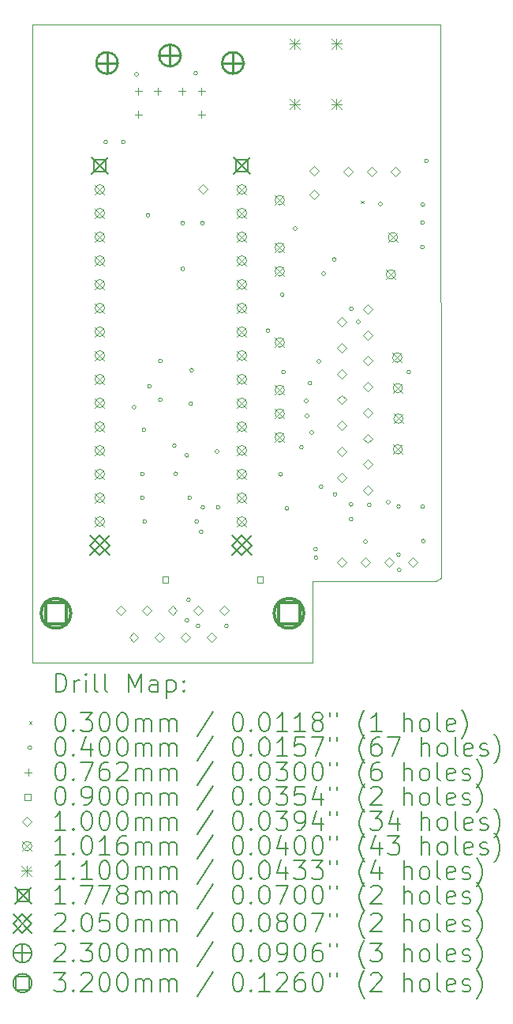
<source format=gbr>
%FSLAX45Y45*%
G04 Gerber Fmt 4.5, Leading zero omitted, Abs format (unit mm)*
G04 Created by KiCad (PCBNEW (6.0.2)) date 2024-04-09 06:49:31*
%MOMM*%
%LPD*%
G01*
G04 APERTURE LIST*
%TA.AperFunction,Profile*%
%ADD10C,0.100000*%
%TD*%
%ADD11C,0.200000*%
%ADD12C,0.030000*%
%ADD13C,0.040000*%
%ADD14C,0.076200*%
%ADD15C,0.090000*%
%ADD16C,0.100000*%
%ADD17C,0.101600*%
%ADD18C,0.110000*%
%ADD19C,0.177800*%
%ADD20C,0.205000*%
%ADD21C,0.230000*%
%ADD22C,0.320000*%
G04 APERTURE END LIST*
D10*
X17602648Y-11281547D02*
X17549000Y-11323000D01*
X17597120Y-5359400D02*
X15671800Y-5359400D01*
X13220000Y-12190000D02*
X16230600Y-12192000D01*
X15494000Y-5359400D02*
X13716000Y-5359400D01*
X17596768Y-5359400D02*
X17602648Y-11267000D01*
X13220000Y-12190000D02*
X13220000Y-11574050D01*
X16230000Y-11349000D02*
X16229000Y-11321000D01*
X17602648Y-11267000D02*
X17602648Y-11281547D01*
X16230000Y-11349000D02*
X16230600Y-12192000D01*
X13220000Y-5359400D02*
X13220000Y-11574050D01*
X15671800Y-5359400D02*
X15494000Y-5359400D01*
X13716000Y-5359400D02*
X13220000Y-5359400D01*
X17549000Y-11323000D02*
X16229000Y-11321000D01*
D11*
D12*
X16743000Y-7244000D02*
X16773000Y-7274000D01*
X16773000Y-7244000D02*
X16743000Y-7274000D01*
D13*
X14028100Y-6616700D02*
G75*
G03*
X14028100Y-6616700I-20000J0D01*
G01*
X14218600Y-6616700D02*
G75*
G03*
X14218600Y-6616700I-20000J0D01*
G01*
X14332000Y-9456000D02*
G75*
G03*
X14332000Y-9456000I-20000J0D01*
G01*
X14358300Y-5892800D02*
G75*
G03*
X14358300Y-5892800I-20000J0D01*
G01*
X14421800Y-10172700D02*
G75*
G03*
X14421800Y-10172700I-20000J0D01*
G01*
X14421800Y-10426700D02*
G75*
G03*
X14421800Y-10426700I-20000J0D01*
G01*
X14438000Y-9699000D02*
G75*
G03*
X14438000Y-9699000I-20000J0D01*
G01*
X14447200Y-10680700D02*
G75*
G03*
X14447200Y-10680700I-20000J0D01*
G01*
X14480000Y-7400000D02*
G75*
G03*
X14480000Y-7400000I-20000J0D01*
G01*
X14498000Y-9232900D02*
G75*
G03*
X14498000Y-9232900I-20000J0D01*
G01*
X14615000Y-8960000D02*
G75*
G03*
X14615000Y-8960000I-20000J0D01*
G01*
X14615000Y-9375000D02*
G75*
G03*
X14615000Y-9375000I-20000J0D01*
G01*
X14764700Y-9867900D02*
G75*
G03*
X14764700Y-9867900I-20000J0D01*
G01*
X14779000Y-10170000D02*
G75*
G03*
X14779000Y-10170000I-20000J0D01*
G01*
X14855000Y-7485000D02*
G75*
G03*
X14855000Y-7485000I-20000J0D01*
G01*
X14855000Y-7975000D02*
G75*
G03*
X14855000Y-7975000I-20000J0D01*
G01*
X14897968Y-11737968D02*
G75*
G03*
X14897968Y-11737968I-20000J0D01*
G01*
X14898000Y-9971000D02*
G75*
G03*
X14898000Y-9971000I-20000J0D01*
G01*
X14917100Y-11518900D02*
G75*
G03*
X14917100Y-11518900I-20000J0D01*
G01*
X14929800Y-10426700D02*
G75*
G03*
X14929800Y-10426700I-20000J0D01*
G01*
X14940000Y-9420000D02*
G75*
G03*
X14940000Y-9420000I-20000J0D01*
G01*
X14950000Y-9060000D02*
G75*
G03*
X14950000Y-9060000I-20000J0D01*
G01*
X14993300Y-5880100D02*
G75*
G03*
X14993300Y-5880100I-20000J0D01*
G01*
X15004750Y-10680000D02*
G75*
G03*
X15004750Y-10680000I-20000J0D01*
G01*
X15018700Y-11798300D02*
G75*
G03*
X15018700Y-11798300I-20000J0D01*
G01*
X15050000Y-10790000D02*
G75*
G03*
X15050000Y-10790000I-20000J0D01*
G01*
X15065000Y-7485000D02*
G75*
G03*
X15065000Y-7485000I-20000J0D01*
G01*
X15069500Y-10528300D02*
G75*
G03*
X15069500Y-10528300I-20000J0D01*
G01*
X15221900Y-9931400D02*
G75*
G03*
X15221900Y-9931400I-20000J0D01*
G01*
X15234600Y-10528300D02*
G75*
G03*
X15234600Y-10528300I-20000J0D01*
G01*
X15323500Y-11798300D02*
G75*
G03*
X15323500Y-11798300I-20000J0D01*
G01*
X15768000Y-8636000D02*
G75*
G03*
X15768000Y-8636000I-20000J0D01*
G01*
X15904000Y-10176000D02*
G75*
G03*
X15904000Y-10176000I-20000J0D01*
G01*
X15922000Y-8252000D02*
G75*
G03*
X15922000Y-8252000I-20000J0D01*
G01*
X15936000Y-9081000D02*
G75*
G03*
X15936000Y-9081000I-20000J0D01*
G01*
X15971000Y-10539000D02*
G75*
G03*
X15971000Y-10539000I-20000J0D01*
G01*
X16061000Y-7544000D02*
G75*
G03*
X16061000Y-7544000I-20000J0D01*
G01*
X16128000Y-9885000D02*
G75*
G03*
X16128000Y-9885000I-20000J0D01*
G01*
X16178210Y-9389110D02*
G75*
G03*
X16178210Y-9389110I-20000J0D01*
G01*
X16187100Y-9550400D02*
G75*
G03*
X16187100Y-9550400I-20000J0D01*
G01*
X16217978Y-9198288D02*
G75*
G03*
X16217978Y-9198288I-20000J0D01*
G01*
X16237900Y-9728200D02*
G75*
G03*
X16237900Y-9728200I-20000J0D01*
G01*
X16279000Y-10976000D02*
G75*
G03*
X16279000Y-10976000I-20000J0D01*
G01*
X16284000Y-11068000D02*
G75*
G03*
X16284000Y-11068000I-20000J0D01*
G01*
X16314100Y-8966200D02*
G75*
G03*
X16314100Y-8966200I-20000J0D01*
G01*
X16338452Y-10309000D02*
G75*
G03*
X16338452Y-10309000I-20000J0D01*
G01*
X16364900Y-8026400D02*
G75*
G03*
X16364900Y-8026400I-20000J0D01*
G01*
X16480000Y-7874000D02*
G75*
G03*
X16480000Y-7874000I-20000J0D01*
G01*
X16488000Y-10391000D02*
G75*
G03*
X16488000Y-10391000I-20000J0D01*
G01*
X16660000Y-10496000D02*
G75*
G03*
X16660000Y-10496000I-20000J0D01*
G01*
X16660000Y-10653000D02*
G75*
G03*
X16660000Y-10653000I-20000J0D01*
G01*
X16663000Y-8402000D02*
G75*
G03*
X16663000Y-8402000I-20000J0D01*
G01*
X16739000Y-8542000D02*
G75*
G03*
X16739000Y-8542000I-20000J0D01*
G01*
X16814000Y-10895000D02*
G75*
G03*
X16814000Y-10895000I-20000J0D01*
G01*
X16855000Y-10502000D02*
G75*
G03*
X16855000Y-10502000I-20000J0D01*
G01*
X16975000Y-7281000D02*
G75*
G03*
X16975000Y-7281000I-20000J0D01*
G01*
X17059000Y-10474000D02*
G75*
G03*
X17059000Y-10474000I-20000J0D01*
G01*
X17168430Y-11033775D02*
G75*
G03*
X17168430Y-11033775I-20000J0D01*
G01*
X17170000Y-10519000D02*
G75*
G03*
X17170000Y-10519000I-20000J0D01*
G01*
X17175960Y-11198470D02*
G75*
G03*
X17175960Y-11198470I-20000J0D01*
G01*
X17279000Y-9082000D02*
G75*
G03*
X17279000Y-9082000I-20000J0D01*
G01*
X17426000Y-7741000D02*
G75*
G03*
X17426000Y-7741000I-20000J0D01*
G01*
X17427000Y-7480000D02*
G75*
G03*
X17427000Y-7480000I-20000J0D01*
G01*
X17428000Y-10520000D02*
G75*
G03*
X17428000Y-10520000I-20000J0D01*
G01*
X17430000Y-7287000D02*
G75*
G03*
X17430000Y-7287000I-20000J0D01*
G01*
X17436000Y-10890000D02*
G75*
G03*
X17436000Y-10890000I-20000J0D01*
G01*
X17469800Y-6819900D02*
G75*
G03*
X17469800Y-6819900I-20000J0D01*
G01*
D14*
X14356800Y-6032500D02*
X14356800Y-6108700D01*
X14318700Y-6070600D02*
X14394900Y-6070600D01*
X14356800Y-6282500D02*
X14356800Y-6358700D01*
X14318700Y-6320600D02*
X14394900Y-6320600D01*
X14566800Y-6032500D02*
X14566800Y-6108700D01*
X14528700Y-6070600D02*
X14604900Y-6070600D01*
X14826800Y-6032500D02*
X14826800Y-6108700D01*
X14788700Y-6070600D02*
X14864900Y-6070600D01*
X15036800Y-6032500D02*
X15036800Y-6108700D01*
X14998700Y-6070600D02*
X15074900Y-6070600D01*
X15036800Y-6282500D02*
X15036800Y-6358700D01*
X14998700Y-6320600D02*
X15074900Y-6320600D01*
D15*
X14678820Y-11332820D02*
X14678820Y-11269180D01*
X14615180Y-11269180D01*
X14615180Y-11332820D01*
X14678820Y-11332820D01*
X15694820Y-11332820D02*
X15694820Y-11269180D01*
X15631180Y-11269180D01*
X15631180Y-11332820D01*
X15694820Y-11332820D01*
D16*
X14170100Y-11683200D02*
X14220100Y-11633200D01*
X14170100Y-11583200D01*
X14120100Y-11633200D01*
X14170100Y-11683200D01*
X14308600Y-11967200D02*
X14358600Y-11917200D01*
X14308600Y-11867200D01*
X14258600Y-11917200D01*
X14308600Y-11967200D01*
X14447100Y-11683200D02*
X14497100Y-11633200D01*
X14447100Y-11583200D01*
X14397100Y-11633200D01*
X14447100Y-11683200D01*
X14585600Y-11967200D02*
X14635600Y-11917200D01*
X14585600Y-11867200D01*
X14535600Y-11917200D01*
X14585600Y-11967200D01*
X14724100Y-11683200D02*
X14774100Y-11633200D01*
X14724100Y-11583200D01*
X14674100Y-11633200D01*
X14724100Y-11683200D01*
X14862600Y-11967200D02*
X14912600Y-11917200D01*
X14862600Y-11867200D01*
X14812600Y-11917200D01*
X14862600Y-11967200D01*
X15001100Y-11683200D02*
X15051100Y-11633200D01*
X15001100Y-11583200D01*
X14951100Y-11633200D01*
X15001100Y-11683200D01*
X15046960Y-7172160D02*
X15096960Y-7122160D01*
X15046960Y-7072160D01*
X14996960Y-7122160D01*
X15046960Y-7172160D01*
X15139600Y-11967200D02*
X15189600Y-11917200D01*
X15139600Y-11867200D01*
X15089600Y-11917200D01*
X15139600Y-11967200D01*
X15278100Y-11683200D02*
X15328100Y-11633200D01*
X15278100Y-11583200D01*
X15228100Y-11633200D01*
X15278100Y-11683200D01*
X16245840Y-6974040D02*
X16295840Y-6924040D01*
X16245840Y-6874040D01*
X16195840Y-6924040D01*
X16245840Y-6974040D01*
X16245840Y-7228040D02*
X16295840Y-7178040D01*
X16245840Y-7128040D01*
X16195840Y-7178040D01*
X16245840Y-7228040D01*
X16538420Y-8594920D02*
X16588420Y-8544920D01*
X16538420Y-8494920D01*
X16488420Y-8544920D01*
X16538420Y-8594920D01*
X16538420Y-8871920D02*
X16588420Y-8821920D01*
X16538420Y-8771920D01*
X16488420Y-8821920D01*
X16538420Y-8871920D01*
X16538420Y-9148920D02*
X16588420Y-9098920D01*
X16538420Y-9048920D01*
X16488420Y-9098920D01*
X16538420Y-9148920D01*
X16538420Y-9425920D02*
X16588420Y-9375920D01*
X16538420Y-9325920D01*
X16488420Y-9375920D01*
X16538420Y-9425920D01*
X16538420Y-9702920D02*
X16588420Y-9652920D01*
X16538420Y-9602920D01*
X16488420Y-9652920D01*
X16538420Y-9702920D01*
X16538420Y-9979920D02*
X16588420Y-9929920D01*
X16538420Y-9879920D01*
X16488420Y-9929920D01*
X16538420Y-9979920D01*
X16538420Y-10256920D02*
X16588420Y-10206920D01*
X16538420Y-10156920D01*
X16488420Y-10206920D01*
X16538420Y-10256920D01*
X16540000Y-11167500D02*
X16590000Y-11117500D01*
X16540000Y-11067500D01*
X16490000Y-11117500D01*
X16540000Y-11167500D01*
X16610100Y-6986700D02*
X16660100Y-6936700D01*
X16610100Y-6886700D01*
X16560100Y-6936700D01*
X16610100Y-6986700D01*
X16794000Y-11167500D02*
X16844000Y-11117500D01*
X16794000Y-11067500D01*
X16744000Y-11117500D01*
X16794000Y-11167500D01*
X16822420Y-8456420D02*
X16872420Y-8406420D01*
X16822420Y-8356420D01*
X16772420Y-8406420D01*
X16822420Y-8456420D01*
X16822420Y-8733420D02*
X16872420Y-8683420D01*
X16822420Y-8633420D01*
X16772420Y-8683420D01*
X16822420Y-8733420D01*
X16822420Y-9010420D02*
X16872420Y-8960420D01*
X16822420Y-8910420D01*
X16772420Y-8960420D01*
X16822420Y-9010420D01*
X16822420Y-9287420D02*
X16872420Y-9237420D01*
X16822420Y-9187420D01*
X16772420Y-9237420D01*
X16822420Y-9287420D01*
X16822420Y-9564420D02*
X16872420Y-9514420D01*
X16822420Y-9464420D01*
X16772420Y-9514420D01*
X16822420Y-9564420D01*
X16822420Y-9841420D02*
X16872420Y-9791420D01*
X16822420Y-9741420D01*
X16772420Y-9791420D01*
X16822420Y-9841420D01*
X16822420Y-10118420D02*
X16872420Y-10068420D01*
X16822420Y-10018420D01*
X16772420Y-10068420D01*
X16822420Y-10118420D01*
X16822420Y-10395420D02*
X16872420Y-10345420D01*
X16822420Y-10295420D01*
X16772420Y-10345420D01*
X16822420Y-10395420D01*
X16864100Y-6986700D02*
X16914100Y-6936700D01*
X16864100Y-6886700D01*
X16814100Y-6936700D01*
X16864100Y-6986700D01*
X17048000Y-11167500D02*
X17098000Y-11117500D01*
X17048000Y-11067500D01*
X16998000Y-11117500D01*
X17048000Y-11167500D01*
X17118100Y-6986700D02*
X17168100Y-6936700D01*
X17118100Y-6886700D01*
X17068100Y-6936700D01*
X17118100Y-6986700D01*
X17302000Y-11167500D02*
X17352000Y-11117500D01*
X17302000Y-11067500D01*
X17252000Y-11117500D01*
X17302000Y-11167500D01*
D17*
X13893800Y-7073900D02*
X13995400Y-7175500D01*
X13995400Y-7073900D02*
X13893800Y-7175500D01*
X13995400Y-7124700D02*
G75*
G03*
X13995400Y-7124700I-50800J0D01*
G01*
X13893800Y-7327900D02*
X13995400Y-7429500D01*
X13995400Y-7327900D02*
X13893800Y-7429500D01*
X13995400Y-7378700D02*
G75*
G03*
X13995400Y-7378700I-50800J0D01*
G01*
X13893800Y-7581900D02*
X13995400Y-7683500D01*
X13995400Y-7581900D02*
X13893800Y-7683500D01*
X13995400Y-7632700D02*
G75*
G03*
X13995400Y-7632700I-50800J0D01*
G01*
X13893800Y-7835900D02*
X13995400Y-7937500D01*
X13995400Y-7835900D02*
X13893800Y-7937500D01*
X13995400Y-7886700D02*
G75*
G03*
X13995400Y-7886700I-50800J0D01*
G01*
X13893800Y-8089900D02*
X13995400Y-8191500D01*
X13995400Y-8089900D02*
X13893800Y-8191500D01*
X13995400Y-8140700D02*
G75*
G03*
X13995400Y-8140700I-50800J0D01*
G01*
X13893800Y-8343900D02*
X13995400Y-8445500D01*
X13995400Y-8343900D02*
X13893800Y-8445500D01*
X13995400Y-8394700D02*
G75*
G03*
X13995400Y-8394700I-50800J0D01*
G01*
X13893800Y-8597900D02*
X13995400Y-8699500D01*
X13995400Y-8597900D02*
X13893800Y-8699500D01*
X13995400Y-8648700D02*
G75*
G03*
X13995400Y-8648700I-50800J0D01*
G01*
X13893800Y-8851900D02*
X13995400Y-8953500D01*
X13995400Y-8851900D02*
X13893800Y-8953500D01*
X13995400Y-8902700D02*
G75*
G03*
X13995400Y-8902700I-50800J0D01*
G01*
X13893800Y-9105900D02*
X13995400Y-9207500D01*
X13995400Y-9105900D02*
X13893800Y-9207500D01*
X13995400Y-9156700D02*
G75*
G03*
X13995400Y-9156700I-50800J0D01*
G01*
X13893800Y-9359900D02*
X13995400Y-9461500D01*
X13995400Y-9359900D02*
X13893800Y-9461500D01*
X13995400Y-9410700D02*
G75*
G03*
X13995400Y-9410700I-50800J0D01*
G01*
X13893800Y-9613900D02*
X13995400Y-9715500D01*
X13995400Y-9613900D02*
X13893800Y-9715500D01*
X13995400Y-9664700D02*
G75*
G03*
X13995400Y-9664700I-50800J0D01*
G01*
X13893800Y-9867900D02*
X13995400Y-9969500D01*
X13995400Y-9867900D02*
X13893800Y-9969500D01*
X13995400Y-9918700D02*
G75*
G03*
X13995400Y-9918700I-50800J0D01*
G01*
X13893800Y-10121900D02*
X13995400Y-10223500D01*
X13995400Y-10121900D02*
X13893800Y-10223500D01*
X13995400Y-10172700D02*
G75*
G03*
X13995400Y-10172700I-50800J0D01*
G01*
X13893800Y-10375900D02*
X13995400Y-10477500D01*
X13995400Y-10375900D02*
X13893800Y-10477500D01*
X13995400Y-10426700D02*
G75*
G03*
X13995400Y-10426700I-50800J0D01*
G01*
X13893800Y-10629900D02*
X13995400Y-10731500D01*
X13995400Y-10629900D02*
X13893800Y-10731500D01*
X13995400Y-10680700D02*
G75*
G03*
X13995400Y-10680700I-50800J0D01*
G01*
X15417800Y-7073900D02*
X15519400Y-7175500D01*
X15519400Y-7073900D02*
X15417800Y-7175500D01*
X15519400Y-7124700D02*
G75*
G03*
X15519400Y-7124700I-50800J0D01*
G01*
X15417800Y-7327900D02*
X15519400Y-7429500D01*
X15519400Y-7327900D02*
X15417800Y-7429500D01*
X15519400Y-7378700D02*
G75*
G03*
X15519400Y-7378700I-50800J0D01*
G01*
X15417800Y-7581900D02*
X15519400Y-7683500D01*
X15519400Y-7581900D02*
X15417800Y-7683500D01*
X15519400Y-7632700D02*
G75*
G03*
X15519400Y-7632700I-50800J0D01*
G01*
X15417800Y-7835900D02*
X15519400Y-7937500D01*
X15519400Y-7835900D02*
X15417800Y-7937500D01*
X15519400Y-7886700D02*
G75*
G03*
X15519400Y-7886700I-50800J0D01*
G01*
X15417800Y-8089900D02*
X15519400Y-8191500D01*
X15519400Y-8089900D02*
X15417800Y-8191500D01*
X15519400Y-8140700D02*
G75*
G03*
X15519400Y-8140700I-50800J0D01*
G01*
X15417800Y-8343900D02*
X15519400Y-8445500D01*
X15519400Y-8343900D02*
X15417800Y-8445500D01*
X15519400Y-8394700D02*
G75*
G03*
X15519400Y-8394700I-50800J0D01*
G01*
X15417800Y-8597900D02*
X15519400Y-8699500D01*
X15519400Y-8597900D02*
X15417800Y-8699500D01*
X15519400Y-8648700D02*
G75*
G03*
X15519400Y-8648700I-50800J0D01*
G01*
X15417800Y-8851900D02*
X15519400Y-8953500D01*
X15519400Y-8851900D02*
X15417800Y-8953500D01*
X15519400Y-8902700D02*
G75*
G03*
X15519400Y-8902700I-50800J0D01*
G01*
X15417800Y-9105900D02*
X15519400Y-9207500D01*
X15519400Y-9105900D02*
X15417800Y-9207500D01*
X15519400Y-9156700D02*
G75*
G03*
X15519400Y-9156700I-50800J0D01*
G01*
X15417800Y-9359900D02*
X15519400Y-9461500D01*
X15519400Y-9359900D02*
X15417800Y-9461500D01*
X15519400Y-9410700D02*
G75*
G03*
X15519400Y-9410700I-50800J0D01*
G01*
X15417800Y-9613900D02*
X15519400Y-9715500D01*
X15519400Y-9613900D02*
X15417800Y-9715500D01*
X15519400Y-9664700D02*
G75*
G03*
X15519400Y-9664700I-50800J0D01*
G01*
X15417800Y-9867900D02*
X15519400Y-9969500D01*
X15519400Y-9867900D02*
X15417800Y-9969500D01*
X15519400Y-9918700D02*
G75*
G03*
X15519400Y-9918700I-50800J0D01*
G01*
X15417800Y-10121900D02*
X15519400Y-10223500D01*
X15519400Y-10121900D02*
X15417800Y-10223500D01*
X15519400Y-10172700D02*
G75*
G03*
X15519400Y-10172700I-50800J0D01*
G01*
X15417800Y-10375900D02*
X15519400Y-10477500D01*
X15519400Y-10375900D02*
X15417800Y-10477500D01*
X15519400Y-10426700D02*
G75*
G03*
X15519400Y-10426700I-50800J0D01*
G01*
X15417800Y-10629900D02*
X15519400Y-10731500D01*
X15519400Y-10629900D02*
X15417800Y-10731500D01*
X15519400Y-10680700D02*
G75*
G03*
X15519400Y-10680700I-50800J0D01*
G01*
X15824200Y-7188200D02*
X15925800Y-7289800D01*
X15925800Y-7188200D02*
X15824200Y-7289800D01*
X15925800Y-7239000D02*
G75*
G03*
X15925800Y-7239000I-50800J0D01*
G01*
X15824200Y-7696200D02*
X15925800Y-7797800D01*
X15925800Y-7696200D02*
X15824200Y-7797800D01*
X15925800Y-7747000D02*
G75*
G03*
X15925800Y-7747000I-50800J0D01*
G01*
X15824200Y-7950200D02*
X15925800Y-8051800D01*
X15925800Y-7950200D02*
X15824200Y-8051800D01*
X15925800Y-8001000D02*
G75*
G03*
X15925800Y-8001000I-50800J0D01*
G01*
X15824200Y-8712200D02*
X15925800Y-8813800D01*
X15925800Y-8712200D02*
X15824200Y-8813800D01*
X15925800Y-8763000D02*
G75*
G03*
X15925800Y-8763000I-50800J0D01*
G01*
X15824200Y-9220200D02*
X15925800Y-9321800D01*
X15925800Y-9220200D02*
X15824200Y-9321800D01*
X15925800Y-9271000D02*
G75*
G03*
X15925800Y-9271000I-50800J0D01*
G01*
X15824200Y-9474200D02*
X15925800Y-9575800D01*
X15925800Y-9474200D02*
X15824200Y-9575800D01*
X15925800Y-9525000D02*
G75*
G03*
X15925800Y-9525000I-50800J0D01*
G01*
X15824200Y-9728200D02*
X15925800Y-9829800D01*
X15925800Y-9728200D02*
X15824200Y-9829800D01*
X15925800Y-9779000D02*
G75*
G03*
X15925800Y-9779000I-50800J0D01*
G01*
X17016200Y-7984200D02*
X17117800Y-8085800D01*
X17117800Y-7984200D02*
X17016200Y-8085800D01*
X17117800Y-8035000D02*
G75*
G03*
X17117800Y-8035000I-50800J0D01*
G01*
X17038200Y-7585200D02*
X17139800Y-7686800D01*
X17139800Y-7585200D02*
X17038200Y-7686800D01*
X17139800Y-7636000D02*
G75*
G03*
X17139800Y-7636000I-50800J0D01*
G01*
X17085200Y-8873200D02*
X17186800Y-8974800D01*
X17186800Y-8873200D02*
X17085200Y-8974800D01*
X17186800Y-8924000D02*
G75*
G03*
X17186800Y-8924000I-50800J0D01*
G01*
X17090200Y-9201200D02*
X17191800Y-9302800D01*
X17191800Y-9201200D02*
X17090200Y-9302800D01*
X17191800Y-9252000D02*
G75*
G03*
X17191800Y-9252000I-50800J0D01*
G01*
X17091200Y-9856200D02*
X17192800Y-9957800D01*
X17192800Y-9856200D02*
X17091200Y-9957800D01*
X17192800Y-9907000D02*
G75*
G03*
X17192800Y-9907000I-50800J0D01*
G01*
X17097200Y-9528200D02*
X17198800Y-9629800D01*
X17198800Y-9528200D02*
X17097200Y-9629800D01*
X17198800Y-9579000D02*
G75*
G03*
X17198800Y-9579000I-50800J0D01*
G01*
D18*
X15979600Y-5507600D02*
X16089600Y-5617600D01*
X16089600Y-5507600D02*
X15979600Y-5617600D01*
X16034600Y-5507600D02*
X16034600Y-5617600D01*
X15979600Y-5562600D02*
X16089600Y-5562600D01*
X15979600Y-6157600D02*
X16089600Y-6267600D01*
X16089600Y-6157600D02*
X15979600Y-6267600D01*
X16034600Y-6157600D02*
X16034600Y-6267600D01*
X15979600Y-6212600D02*
X16089600Y-6212600D01*
X16429600Y-5507600D02*
X16539600Y-5617600D01*
X16539600Y-5507600D02*
X16429600Y-5617600D01*
X16484600Y-5507600D02*
X16484600Y-5617600D01*
X16429600Y-5562600D02*
X16539600Y-5562600D01*
X16429600Y-6157600D02*
X16539600Y-6267600D01*
X16539600Y-6157600D02*
X16429600Y-6267600D01*
X16484600Y-6157600D02*
X16484600Y-6267600D01*
X16429600Y-6212600D02*
X16539600Y-6212600D01*
D19*
X13855700Y-6781800D02*
X14033500Y-6959600D01*
X14033500Y-6781800D02*
X13855700Y-6959600D01*
X14007462Y-6933562D02*
X14007462Y-6807838D01*
X13881738Y-6807838D01*
X13881738Y-6933562D01*
X14007462Y-6933562D01*
X15379700Y-6781800D02*
X15557500Y-6959600D01*
X15557500Y-6781800D02*
X15379700Y-6959600D01*
X15531462Y-6933562D02*
X15531462Y-6807838D01*
X15405738Y-6807838D01*
X15405738Y-6933562D01*
X15531462Y-6933562D01*
D20*
X13842100Y-10832200D02*
X14047100Y-11037200D01*
X14047100Y-10832200D02*
X13842100Y-11037200D01*
X13944600Y-11037200D02*
X14047100Y-10934700D01*
X13944600Y-10832200D01*
X13842100Y-10934700D01*
X13944600Y-11037200D01*
X15366100Y-10832200D02*
X15571100Y-11037200D01*
X15571100Y-10832200D02*
X15366100Y-11037200D01*
X15468600Y-11037200D02*
X15571100Y-10934700D01*
X15468600Y-10832200D01*
X15366100Y-10934700D01*
X15468600Y-11037200D01*
D21*
X14021800Y-5655600D02*
X14021800Y-5885600D01*
X13906800Y-5770600D02*
X14136800Y-5770600D01*
X14136800Y-5770600D02*
G75*
G03*
X14136800Y-5770600I-115000J0D01*
G01*
X14696800Y-5575600D02*
X14696800Y-5805600D01*
X14581800Y-5690600D02*
X14811800Y-5690600D01*
X14811800Y-5690600D02*
G75*
G03*
X14811800Y-5690600I-115000J0D01*
G01*
X15371800Y-5655600D02*
X15371800Y-5885600D01*
X15256800Y-5770600D02*
X15486800Y-5770600D01*
X15486800Y-5770600D02*
G75*
G03*
X15486800Y-5770600I-115000J0D01*
G01*
D22*
X13587238Y-11776338D02*
X13587238Y-11550062D01*
X13360962Y-11550062D01*
X13360962Y-11776338D01*
X13587238Y-11776338D01*
X13634100Y-11663200D02*
G75*
G03*
X13634100Y-11663200I-160000J0D01*
G01*
X16087238Y-11776338D02*
X16087238Y-11550062D01*
X15860962Y-11550062D01*
X15860962Y-11776338D01*
X16087238Y-11776338D01*
X16134100Y-11663200D02*
G75*
G03*
X16134100Y-11663200I-160000J0D01*
G01*
D11*
X13472619Y-12507476D02*
X13472619Y-12307476D01*
X13520238Y-12307476D01*
X13548809Y-12317000D01*
X13567857Y-12336048D01*
X13577381Y-12355095D01*
X13586905Y-12393190D01*
X13586905Y-12421762D01*
X13577381Y-12459857D01*
X13567857Y-12478905D01*
X13548809Y-12497952D01*
X13520238Y-12507476D01*
X13472619Y-12507476D01*
X13672619Y-12507476D02*
X13672619Y-12374143D01*
X13672619Y-12412238D02*
X13682143Y-12393190D01*
X13691667Y-12383667D01*
X13710714Y-12374143D01*
X13729762Y-12374143D01*
X13796428Y-12507476D02*
X13796428Y-12374143D01*
X13796428Y-12307476D02*
X13786905Y-12317000D01*
X13796428Y-12326524D01*
X13805952Y-12317000D01*
X13796428Y-12307476D01*
X13796428Y-12326524D01*
X13920238Y-12507476D02*
X13901190Y-12497952D01*
X13891667Y-12478905D01*
X13891667Y-12307476D01*
X14025000Y-12507476D02*
X14005952Y-12497952D01*
X13996428Y-12478905D01*
X13996428Y-12307476D01*
X14253571Y-12507476D02*
X14253571Y-12307476D01*
X14320238Y-12450333D01*
X14386905Y-12307476D01*
X14386905Y-12507476D01*
X14567857Y-12507476D02*
X14567857Y-12402714D01*
X14558333Y-12383667D01*
X14539286Y-12374143D01*
X14501190Y-12374143D01*
X14482143Y-12383667D01*
X14567857Y-12497952D02*
X14548809Y-12507476D01*
X14501190Y-12507476D01*
X14482143Y-12497952D01*
X14472619Y-12478905D01*
X14472619Y-12459857D01*
X14482143Y-12440809D01*
X14501190Y-12431286D01*
X14548809Y-12431286D01*
X14567857Y-12421762D01*
X14663095Y-12374143D02*
X14663095Y-12574143D01*
X14663095Y-12383667D02*
X14682143Y-12374143D01*
X14720238Y-12374143D01*
X14739286Y-12383667D01*
X14748809Y-12393190D01*
X14758333Y-12412238D01*
X14758333Y-12469381D01*
X14748809Y-12488428D01*
X14739286Y-12497952D01*
X14720238Y-12507476D01*
X14682143Y-12507476D01*
X14663095Y-12497952D01*
X14844048Y-12488428D02*
X14853571Y-12497952D01*
X14844048Y-12507476D01*
X14834524Y-12497952D01*
X14844048Y-12488428D01*
X14844048Y-12507476D01*
X14844048Y-12383667D02*
X14853571Y-12393190D01*
X14844048Y-12402714D01*
X14834524Y-12393190D01*
X14844048Y-12383667D01*
X14844048Y-12402714D01*
D12*
X13185000Y-12822000D02*
X13215000Y-12852000D01*
X13215000Y-12822000D02*
X13185000Y-12852000D01*
D11*
X13510714Y-12727476D02*
X13529762Y-12727476D01*
X13548809Y-12737000D01*
X13558333Y-12746524D01*
X13567857Y-12765571D01*
X13577381Y-12803667D01*
X13577381Y-12851286D01*
X13567857Y-12889381D01*
X13558333Y-12908428D01*
X13548809Y-12917952D01*
X13529762Y-12927476D01*
X13510714Y-12927476D01*
X13491667Y-12917952D01*
X13482143Y-12908428D01*
X13472619Y-12889381D01*
X13463095Y-12851286D01*
X13463095Y-12803667D01*
X13472619Y-12765571D01*
X13482143Y-12746524D01*
X13491667Y-12737000D01*
X13510714Y-12727476D01*
X13663095Y-12908428D02*
X13672619Y-12917952D01*
X13663095Y-12927476D01*
X13653571Y-12917952D01*
X13663095Y-12908428D01*
X13663095Y-12927476D01*
X13739286Y-12727476D02*
X13863095Y-12727476D01*
X13796428Y-12803667D01*
X13825000Y-12803667D01*
X13844048Y-12813190D01*
X13853571Y-12822714D01*
X13863095Y-12841762D01*
X13863095Y-12889381D01*
X13853571Y-12908428D01*
X13844048Y-12917952D01*
X13825000Y-12927476D01*
X13767857Y-12927476D01*
X13748809Y-12917952D01*
X13739286Y-12908428D01*
X13986905Y-12727476D02*
X14005952Y-12727476D01*
X14025000Y-12737000D01*
X14034524Y-12746524D01*
X14044048Y-12765571D01*
X14053571Y-12803667D01*
X14053571Y-12851286D01*
X14044048Y-12889381D01*
X14034524Y-12908428D01*
X14025000Y-12917952D01*
X14005952Y-12927476D01*
X13986905Y-12927476D01*
X13967857Y-12917952D01*
X13958333Y-12908428D01*
X13948809Y-12889381D01*
X13939286Y-12851286D01*
X13939286Y-12803667D01*
X13948809Y-12765571D01*
X13958333Y-12746524D01*
X13967857Y-12737000D01*
X13986905Y-12727476D01*
X14177381Y-12727476D02*
X14196428Y-12727476D01*
X14215476Y-12737000D01*
X14225000Y-12746524D01*
X14234524Y-12765571D01*
X14244048Y-12803667D01*
X14244048Y-12851286D01*
X14234524Y-12889381D01*
X14225000Y-12908428D01*
X14215476Y-12917952D01*
X14196428Y-12927476D01*
X14177381Y-12927476D01*
X14158333Y-12917952D01*
X14148809Y-12908428D01*
X14139286Y-12889381D01*
X14129762Y-12851286D01*
X14129762Y-12803667D01*
X14139286Y-12765571D01*
X14148809Y-12746524D01*
X14158333Y-12737000D01*
X14177381Y-12727476D01*
X14329762Y-12927476D02*
X14329762Y-12794143D01*
X14329762Y-12813190D02*
X14339286Y-12803667D01*
X14358333Y-12794143D01*
X14386905Y-12794143D01*
X14405952Y-12803667D01*
X14415476Y-12822714D01*
X14415476Y-12927476D01*
X14415476Y-12822714D02*
X14425000Y-12803667D01*
X14444048Y-12794143D01*
X14472619Y-12794143D01*
X14491667Y-12803667D01*
X14501190Y-12822714D01*
X14501190Y-12927476D01*
X14596428Y-12927476D02*
X14596428Y-12794143D01*
X14596428Y-12813190D02*
X14605952Y-12803667D01*
X14625000Y-12794143D01*
X14653571Y-12794143D01*
X14672619Y-12803667D01*
X14682143Y-12822714D01*
X14682143Y-12927476D01*
X14682143Y-12822714D02*
X14691667Y-12803667D01*
X14710714Y-12794143D01*
X14739286Y-12794143D01*
X14758333Y-12803667D01*
X14767857Y-12822714D01*
X14767857Y-12927476D01*
X15158333Y-12717952D02*
X14986905Y-12975095D01*
X15415476Y-12727476D02*
X15434524Y-12727476D01*
X15453571Y-12737000D01*
X15463095Y-12746524D01*
X15472619Y-12765571D01*
X15482143Y-12803667D01*
X15482143Y-12851286D01*
X15472619Y-12889381D01*
X15463095Y-12908428D01*
X15453571Y-12917952D01*
X15434524Y-12927476D01*
X15415476Y-12927476D01*
X15396428Y-12917952D01*
X15386905Y-12908428D01*
X15377381Y-12889381D01*
X15367857Y-12851286D01*
X15367857Y-12803667D01*
X15377381Y-12765571D01*
X15386905Y-12746524D01*
X15396428Y-12737000D01*
X15415476Y-12727476D01*
X15567857Y-12908428D02*
X15577381Y-12917952D01*
X15567857Y-12927476D01*
X15558333Y-12917952D01*
X15567857Y-12908428D01*
X15567857Y-12927476D01*
X15701190Y-12727476D02*
X15720238Y-12727476D01*
X15739286Y-12737000D01*
X15748809Y-12746524D01*
X15758333Y-12765571D01*
X15767857Y-12803667D01*
X15767857Y-12851286D01*
X15758333Y-12889381D01*
X15748809Y-12908428D01*
X15739286Y-12917952D01*
X15720238Y-12927476D01*
X15701190Y-12927476D01*
X15682143Y-12917952D01*
X15672619Y-12908428D01*
X15663095Y-12889381D01*
X15653571Y-12851286D01*
X15653571Y-12803667D01*
X15663095Y-12765571D01*
X15672619Y-12746524D01*
X15682143Y-12737000D01*
X15701190Y-12727476D01*
X15958333Y-12927476D02*
X15844048Y-12927476D01*
X15901190Y-12927476D02*
X15901190Y-12727476D01*
X15882143Y-12756048D01*
X15863095Y-12775095D01*
X15844048Y-12784619D01*
X16148809Y-12927476D02*
X16034524Y-12927476D01*
X16091667Y-12927476D02*
X16091667Y-12727476D01*
X16072619Y-12756048D01*
X16053571Y-12775095D01*
X16034524Y-12784619D01*
X16263095Y-12813190D02*
X16244048Y-12803667D01*
X16234524Y-12794143D01*
X16225000Y-12775095D01*
X16225000Y-12765571D01*
X16234524Y-12746524D01*
X16244048Y-12737000D01*
X16263095Y-12727476D01*
X16301190Y-12727476D01*
X16320238Y-12737000D01*
X16329762Y-12746524D01*
X16339286Y-12765571D01*
X16339286Y-12775095D01*
X16329762Y-12794143D01*
X16320238Y-12803667D01*
X16301190Y-12813190D01*
X16263095Y-12813190D01*
X16244048Y-12822714D01*
X16234524Y-12832238D01*
X16225000Y-12851286D01*
X16225000Y-12889381D01*
X16234524Y-12908428D01*
X16244048Y-12917952D01*
X16263095Y-12927476D01*
X16301190Y-12927476D01*
X16320238Y-12917952D01*
X16329762Y-12908428D01*
X16339286Y-12889381D01*
X16339286Y-12851286D01*
X16329762Y-12832238D01*
X16320238Y-12822714D01*
X16301190Y-12813190D01*
X16415476Y-12727476D02*
X16415476Y-12765571D01*
X16491667Y-12727476D02*
X16491667Y-12765571D01*
X16786905Y-13003667D02*
X16777381Y-12994143D01*
X16758333Y-12965571D01*
X16748809Y-12946524D01*
X16739286Y-12917952D01*
X16729762Y-12870333D01*
X16729762Y-12832238D01*
X16739286Y-12784619D01*
X16748809Y-12756048D01*
X16758333Y-12737000D01*
X16777381Y-12708428D01*
X16786905Y-12698905D01*
X16967857Y-12927476D02*
X16853571Y-12927476D01*
X16910714Y-12927476D02*
X16910714Y-12727476D01*
X16891667Y-12756048D01*
X16872619Y-12775095D01*
X16853571Y-12784619D01*
X17205952Y-12927476D02*
X17205952Y-12727476D01*
X17291667Y-12927476D02*
X17291667Y-12822714D01*
X17282143Y-12803667D01*
X17263095Y-12794143D01*
X17234524Y-12794143D01*
X17215476Y-12803667D01*
X17205952Y-12813190D01*
X17415476Y-12927476D02*
X17396429Y-12917952D01*
X17386905Y-12908428D01*
X17377381Y-12889381D01*
X17377381Y-12832238D01*
X17386905Y-12813190D01*
X17396429Y-12803667D01*
X17415476Y-12794143D01*
X17444048Y-12794143D01*
X17463095Y-12803667D01*
X17472619Y-12813190D01*
X17482143Y-12832238D01*
X17482143Y-12889381D01*
X17472619Y-12908428D01*
X17463095Y-12917952D01*
X17444048Y-12927476D01*
X17415476Y-12927476D01*
X17596429Y-12927476D02*
X17577381Y-12917952D01*
X17567857Y-12898905D01*
X17567857Y-12727476D01*
X17748810Y-12917952D02*
X17729762Y-12927476D01*
X17691667Y-12927476D01*
X17672619Y-12917952D01*
X17663095Y-12898905D01*
X17663095Y-12822714D01*
X17672619Y-12803667D01*
X17691667Y-12794143D01*
X17729762Y-12794143D01*
X17748810Y-12803667D01*
X17758333Y-12822714D01*
X17758333Y-12841762D01*
X17663095Y-12860809D01*
X17825000Y-13003667D02*
X17834524Y-12994143D01*
X17853571Y-12965571D01*
X17863095Y-12946524D01*
X17872619Y-12917952D01*
X17882143Y-12870333D01*
X17882143Y-12832238D01*
X17872619Y-12784619D01*
X17863095Y-12756048D01*
X17853571Y-12737000D01*
X17834524Y-12708428D01*
X17825000Y-12698905D01*
D13*
X13215000Y-13101000D02*
G75*
G03*
X13215000Y-13101000I-20000J0D01*
G01*
D11*
X13510714Y-12991476D02*
X13529762Y-12991476D01*
X13548809Y-13001000D01*
X13558333Y-13010524D01*
X13567857Y-13029571D01*
X13577381Y-13067667D01*
X13577381Y-13115286D01*
X13567857Y-13153381D01*
X13558333Y-13172428D01*
X13548809Y-13181952D01*
X13529762Y-13191476D01*
X13510714Y-13191476D01*
X13491667Y-13181952D01*
X13482143Y-13172428D01*
X13472619Y-13153381D01*
X13463095Y-13115286D01*
X13463095Y-13067667D01*
X13472619Y-13029571D01*
X13482143Y-13010524D01*
X13491667Y-13001000D01*
X13510714Y-12991476D01*
X13663095Y-13172428D02*
X13672619Y-13181952D01*
X13663095Y-13191476D01*
X13653571Y-13181952D01*
X13663095Y-13172428D01*
X13663095Y-13191476D01*
X13844048Y-13058143D02*
X13844048Y-13191476D01*
X13796428Y-12981952D02*
X13748809Y-13124809D01*
X13872619Y-13124809D01*
X13986905Y-12991476D02*
X14005952Y-12991476D01*
X14025000Y-13001000D01*
X14034524Y-13010524D01*
X14044048Y-13029571D01*
X14053571Y-13067667D01*
X14053571Y-13115286D01*
X14044048Y-13153381D01*
X14034524Y-13172428D01*
X14025000Y-13181952D01*
X14005952Y-13191476D01*
X13986905Y-13191476D01*
X13967857Y-13181952D01*
X13958333Y-13172428D01*
X13948809Y-13153381D01*
X13939286Y-13115286D01*
X13939286Y-13067667D01*
X13948809Y-13029571D01*
X13958333Y-13010524D01*
X13967857Y-13001000D01*
X13986905Y-12991476D01*
X14177381Y-12991476D02*
X14196428Y-12991476D01*
X14215476Y-13001000D01*
X14225000Y-13010524D01*
X14234524Y-13029571D01*
X14244048Y-13067667D01*
X14244048Y-13115286D01*
X14234524Y-13153381D01*
X14225000Y-13172428D01*
X14215476Y-13181952D01*
X14196428Y-13191476D01*
X14177381Y-13191476D01*
X14158333Y-13181952D01*
X14148809Y-13172428D01*
X14139286Y-13153381D01*
X14129762Y-13115286D01*
X14129762Y-13067667D01*
X14139286Y-13029571D01*
X14148809Y-13010524D01*
X14158333Y-13001000D01*
X14177381Y-12991476D01*
X14329762Y-13191476D02*
X14329762Y-13058143D01*
X14329762Y-13077190D02*
X14339286Y-13067667D01*
X14358333Y-13058143D01*
X14386905Y-13058143D01*
X14405952Y-13067667D01*
X14415476Y-13086714D01*
X14415476Y-13191476D01*
X14415476Y-13086714D02*
X14425000Y-13067667D01*
X14444048Y-13058143D01*
X14472619Y-13058143D01*
X14491667Y-13067667D01*
X14501190Y-13086714D01*
X14501190Y-13191476D01*
X14596428Y-13191476D02*
X14596428Y-13058143D01*
X14596428Y-13077190D02*
X14605952Y-13067667D01*
X14625000Y-13058143D01*
X14653571Y-13058143D01*
X14672619Y-13067667D01*
X14682143Y-13086714D01*
X14682143Y-13191476D01*
X14682143Y-13086714D02*
X14691667Y-13067667D01*
X14710714Y-13058143D01*
X14739286Y-13058143D01*
X14758333Y-13067667D01*
X14767857Y-13086714D01*
X14767857Y-13191476D01*
X15158333Y-12981952D02*
X14986905Y-13239095D01*
X15415476Y-12991476D02*
X15434524Y-12991476D01*
X15453571Y-13001000D01*
X15463095Y-13010524D01*
X15472619Y-13029571D01*
X15482143Y-13067667D01*
X15482143Y-13115286D01*
X15472619Y-13153381D01*
X15463095Y-13172428D01*
X15453571Y-13181952D01*
X15434524Y-13191476D01*
X15415476Y-13191476D01*
X15396428Y-13181952D01*
X15386905Y-13172428D01*
X15377381Y-13153381D01*
X15367857Y-13115286D01*
X15367857Y-13067667D01*
X15377381Y-13029571D01*
X15386905Y-13010524D01*
X15396428Y-13001000D01*
X15415476Y-12991476D01*
X15567857Y-13172428D02*
X15577381Y-13181952D01*
X15567857Y-13191476D01*
X15558333Y-13181952D01*
X15567857Y-13172428D01*
X15567857Y-13191476D01*
X15701190Y-12991476D02*
X15720238Y-12991476D01*
X15739286Y-13001000D01*
X15748809Y-13010524D01*
X15758333Y-13029571D01*
X15767857Y-13067667D01*
X15767857Y-13115286D01*
X15758333Y-13153381D01*
X15748809Y-13172428D01*
X15739286Y-13181952D01*
X15720238Y-13191476D01*
X15701190Y-13191476D01*
X15682143Y-13181952D01*
X15672619Y-13172428D01*
X15663095Y-13153381D01*
X15653571Y-13115286D01*
X15653571Y-13067667D01*
X15663095Y-13029571D01*
X15672619Y-13010524D01*
X15682143Y-13001000D01*
X15701190Y-12991476D01*
X15958333Y-13191476D02*
X15844048Y-13191476D01*
X15901190Y-13191476D02*
X15901190Y-12991476D01*
X15882143Y-13020048D01*
X15863095Y-13039095D01*
X15844048Y-13048619D01*
X16139286Y-12991476D02*
X16044048Y-12991476D01*
X16034524Y-13086714D01*
X16044048Y-13077190D01*
X16063095Y-13067667D01*
X16110714Y-13067667D01*
X16129762Y-13077190D01*
X16139286Y-13086714D01*
X16148809Y-13105762D01*
X16148809Y-13153381D01*
X16139286Y-13172428D01*
X16129762Y-13181952D01*
X16110714Y-13191476D01*
X16063095Y-13191476D01*
X16044048Y-13181952D01*
X16034524Y-13172428D01*
X16215476Y-12991476D02*
X16348809Y-12991476D01*
X16263095Y-13191476D01*
X16415476Y-12991476D02*
X16415476Y-13029571D01*
X16491667Y-12991476D02*
X16491667Y-13029571D01*
X16786905Y-13267667D02*
X16777381Y-13258143D01*
X16758333Y-13229571D01*
X16748809Y-13210524D01*
X16739286Y-13181952D01*
X16729762Y-13134333D01*
X16729762Y-13096238D01*
X16739286Y-13048619D01*
X16748809Y-13020048D01*
X16758333Y-13001000D01*
X16777381Y-12972428D01*
X16786905Y-12962905D01*
X16948810Y-12991476D02*
X16910714Y-12991476D01*
X16891667Y-13001000D01*
X16882143Y-13010524D01*
X16863095Y-13039095D01*
X16853571Y-13077190D01*
X16853571Y-13153381D01*
X16863095Y-13172428D01*
X16872619Y-13181952D01*
X16891667Y-13191476D01*
X16929762Y-13191476D01*
X16948810Y-13181952D01*
X16958333Y-13172428D01*
X16967857Y-13153381D01*
X16967857Y-13105762D01*
X16958333Y-13086714D01*
X16948810Y-13077190D01*
X16929762Y-13067667D01*
X16891667Y-13067667D01*
X16872619Y-13077190D01*
X16863095Y-13086714D01*
X16853571Y-13105762D01*
X17034524Y-12991476D02*
X17167857Y-12991476D01*
X17082143Y-13191476D01*
X17396429Y-13191476D02*
X17396429Y-12991476D01*
X17482143Y-13191476D02*
X17482143Y-13086714D01*
X17472619Y-13067667D01*
X17453571Y-13058143D01*
X17425000Y-13058143D01*
X17405952Y-13067667D01*
X17396429Y-13077190D01*
X17605952Y-13191476D02*
X17586905Y-13181952D01*
X17577381Y-13172428D01*
X17567857Y-13153381D01*
X17567857Y-13096238D01*
X17577381Y-13077190D01*
X17586905Y-13067667D01*
X17605952Y-13058143D01*
X17634524Y-13058143D01*
X17653571Y-13067667D01*
X17663095Y-13077190D01*
X17672619Y-13096238D01*
X17672619Y-13153381D01*
X17663095Y-13172428D01*
X17653571Y-13181952D01*
X17634524Y-13191476D01*
X17605952Y-13191476D01*
X17786905Y-13191476D02*
X17767857Y-13181952D01*
X17758333Y-13162905D01*
X17758333Y-12991476D01*
X17939286Y-13181952D02*
X17920238Y-13191476D01*
X17882143Y-13191476D01*
X17863095Y-13181952D01*
X17853571Y-13162905D01*
X17853571Y-13086714D01*
X17863095Y-13067667D01*
X17882143Y-13058143D01*
X17920238Y-13058143D01*
X17939286Y-13067667D01*
X17948810Y-13086714D01*
X17948810Y-13105762D01*
X17853571Y-13124809D01*
X18025000Y-13181952D02*
X18044048Y-13191476D01*
X18082143Y-13191476D01*
X18101190Y-13181952D01*
X18110714Y-13162905D01*
X18110714Y-13153381D01*
X18101190Y-13134333D01*
X18082143Y-13124809D01*
X18053571Y-13124809D01*
X18034524Y-13115286D01*
X18025000Y-13096238D01*
X18025000Y-13086714D01*
X18034524Y-13067667D01*
X18053571Y-13058143D01*
X18082143Y-13058143D01*
X18101190Y-13067667D01*
X18177381Y-13267667D02*
X18186905Y-13258143D01*
X18205952Y-13229571D01*
X18215476Y-13210524D01*
X18225000Y-13181952D01*
X18234524Y-13134333D01*
X18234524Y-13096238D01*
X18225000Y-13048619D01*
X18215476Y-13020048D01*
X18205952Y-13001000D01*
X18186905Y-12972428D01*
X18177381Y-12962905D01*
D14*
X13176900Y-13326900D02*
X13176900Y-13403100D01*
X13138800Y-13365000D02*
X13215000Y-13365000D01*
D11*
X13510714Y-13255476D02*
X13529762Y-13255476D01*
X13548809Y-13265000D01*
X13558333Y-13274524D01*
X13567857Y-13293571D01*
X13577381Y-13331667D01*
X13577381Y-13379286D01*
X13567857Y-13417381D01*
X13558333Y-13436428D01*
X13548809Y-13445952D01*
X13529762Y-13455476D01*
X13510714Y-13455476D01*
X13491667Y-13445952D01*
X13482143Y-13436428D01*
X13472619Y-13417381D01*
X13463095Y-13379286D01*
X13463095Y-13331667D01*
X13472619Y-13293571D01*
X13482143Y-13274524D01*
X13491667Y-13265000D01*
X13510714Y-13255476D01*
X13663095Y-13436428D02*
X13672619Y-13445952D01*
X13663095Y-13455476D01*
X13653571Y-13445952D01*
X13663095Y-13436428D01*
X13663095Y-13455476D01*
X13739286Y-13255476D02*
X13872619Y-13255476D01*
X13786905Y-13455476D01*
X14034524Y-13255476D02*
X13996428Y-13255476D01*
X13977381Y-13265000D01*
X13967857Y-13274524D01*
X13948809Y-13303095D01*
X13939286Y-13341190D01*
X13939286Y-13417381D01*
X13948809Y-13436428D01*
X13958333Y-13445952D01*
X13977381Y-13455476D01*
X14015476Y-13455476D01*
X14034524Y-13445952D01*
X14044048Y-13436428D01*
X14053571Y-13417381D01*
X14053571Y-13369762D01*
X14044048Y-13350714D01*
X14034524Y-13341190D01*
X14015476Y-13331667D01*
X13977381Y-13331667D01*
X13958333Y-13341190D01*
X13948809Y-13350714D01*
X13939286Y-13369762D01*
X14129762Y-13274524D02*
X14139286Y-13265000D01*
X14158333Y-13255476D01*
X14205952Y-13255476D01*
X14225000Y-13265000D01*
X14234524Y-13274524D01*
X14244048Y-13293571D01*
X14244048Y-13312619D01*
X14234524Y-13341190D01*
X14120238Y-13455476D01*
X14244048Y-13455476D01*
X14329762Y-13455476D02*
X14329762Y-13322143D01*
X14329762Y-13341190D02*
X14339286Y-13331667D01*
X14358333Y-13322143D01*
X14386905Y-13322143D01*
X14405952Y-13331667D01*
X14415476Y-13350714D01*
X14415476Y-13455476D01*
X14415476Y-13350714D02*
X14425000Y-13331667D01*
X14444048Y-13322143D01*
X14472619Y-13322143D01*
X14491667Y-13331667D01*
X14501190Y-13350714D01*
X14501190Y-13455476D01*
X14596428Y-13455476D02*
X14596428Y-13322143D01*
X14596428Y-13341190D02*
X14605952Y-13331667D01*
X14625000Y-13322143D01*
X14653571Y-13322143D01*
X14672619Y-13331667D01*
X14682143Y-13350714D01*
X14682143Y-13455476D01*
X14682143Y-13350714D02*
X14691667Y-13331667D01*
X14710714Y-13322143D01*
X14739286Y-13322143D01*
X14758333Y-13331667D01*
X14767857Y-13350714D01*
X14767857Y-13455476D01*
X15158333Y-13245952D02*
X14986905Y-13503095D01*
X15415476Y-13255476D02*
X15434524Y-13255476D01*
X15453571Y-13265000D01*
X15463095Y-13274524D01*
X15472619Y-13293571D01*
X15482143Y-13331667D01*
X15482143Y-13379286D01*
X15472619Y-13417381D01*
X15463095Y-13436428D01*
X15453571Y-13445952D01*
X15434524Y-13455476D01*
X15415476Y-13455476D01*
X15396428Y-13445952D01*
X15386905Y-13436428D01*
X15377381Y-13417381D01*
X15367857Y-13379286D01*
X15367857Y-13331667D01*
X15377381Y-13293571D01*
X15386905Y-13274524D01*
X15396428Y-13265000D01*
X15415476Y-13255476D01*
X15567857Y-13436428D02*
X15577381Y-13445952D01*
X15567857Y-13455476D01*
X15558333Y-13445952D01*
X15567857Y-13436428D01*
X15567857Y-13455476D01*
X15701190Y-13255476D02*
X15720238Y-13255476D01*
X15739286Y-13265000D01*
X15748809Y-13274524D01*
X15758333Y-13293571D01*
X15767857Y-13331667D01*
X15767857Y-13379286D01*
X15758333Y-13417381D01*
X15748809Y-13436428D01*
X15739286Y-13445952D01*
X15720238Y-13455476D01*
X15701190Y-13455476D01*
X15682143Y-13445952D01*
X15672619Y-13436428D01*
X15663095Y-13417381D01*
X15653571Y-13379286D01*
X15653571Y-13331667D01*
X15663095Y-13293571D01*
X15672619Y-13274524D01*
X15682143Y-13265000D01*
X15701190Y-13255476D01*
X15834524Y-13255476D02*
X15958333Y-13255476D01*
X15891667Y-13331667D01*
X15920238Y-13331667D01*
X15939286Y-13341190D01*
X15948809Y-13350714D01*
X15958333Y-13369762D01*
X15958333Y-13417381D01*
X15948809Y-13436428D01*
X15939286Y-13445952D01*
X15920238Y-13455476D01*
X15863095Y-13455476D01*
X15844048Y-13445952D01*
X15834524Y-13436428D01*
X16082143Y-13255476D02*
X16101190Y-13255476D01*
X16120238Y-13265000D01*
X16129762Y-13274524D01*
X16139286Y-13293571D01*
X16148809Y-13331667D01*
X16148809Y-13379286D01*
X16139286Y-13417381D01*
X16129762Y-13436428D01*
X16120238Y-13445952D01*
X16101190Y-13455476D01*
X16082143Y-13455476D01*
X16063095Y-13445952D01*
X16053571Y-13436428D01*
X16044048Y-13417381D01*
X16034524Y-13379286D01*
X16034524Y-13331667D01*
X16044048Y-13293571D01*
X16053571Y-13274524D01*
X16063095Y-13265000D01*
X16082143Y-13255476D01*
X16272619Y-13255476D02*
X16291667Y-13255476D01*
X16310714Y-13265000D01*
X16320238Y-13274524D01*
X16329762Y-13293571D01*
X16339286Y-13331667D01*
X16339286Y-13379286D01*
X16329762Y-13417381D01*
X16320238Y-13436428D01*
X16310714Y-13445952D01*
X16291667Y-13455476D01*
X16272619Y-13455476D01*
X16253571Y-13445952D01*
X16244048Y-13436428D01*
X16234524Y-13417381D01*
X16225000Y-13379286D01*
X16225000Y-13331667D01*
X16234524Y-13293571D01*
X16244048Y-13274524D01*
X16253571Y-13265000D01*
X16272619Y-13255476D01*
X16415476Y-13255476D02*
X16415476Y-13293571D01*
X16491667Y-13255476D02*
X16491667Y-13293571D01*
X16786905Y-13531667D02*
X16777381Y-13522143D01*
X16758333Y-13493571D01*
X16748809Y-13474524D01*
X16739286Y-13445952D01*
X16729762Y-13398333D01*
X16729762Y-13360238D01*
X16739286Y-13312619D01*
X16748809Y-13284048D01*
X16758333Y-13265000D01*
X16777381Y-13236428D01*
X16786905Y-13226905D01*
X16948810Y-13255476D02*
X16910714Y-13255476D01*
X16891667Y-13265000D01*
X16882143Y-13274524D01*
X16863095Y-13303095D01*
X16853571Y-13341190D01*
X16853571Y-13417381D01*
X16863095Y-13436428D01*
X16872619Y-13445952D01*
X16891667Y-13455476D01*
X16929762Y-13455476D01*
X16948810Y-13445952D01*
X16958333Y-13436428D01*
X16967857Y-13417381D01*
X16967857Y-13369762D01*
X16958333Y-13350714D01*
X16948810Y-13341190D01*
X16929762Y-13331667D01*
X16891667Y-13331667D01*
X16872619Y-13341190D01*
X16863095Y-13350714D01*
X16853571Y-13369762D01*
X17205952Y-13455476D02*
X17205952Y-13255476D01*
X17291667Y-13455476D02*
X17291667Y-13350714D01*
X17282143Y-13331667D01*
X17263095Y-13322143D01*
X17234524Y-13322143D01*
X17215476Y-13331667D01*
X17205952Y-13341190D01*
X17415476Y-13455476D02*
X17396429Y-13445952D01*
X17386905Y-13436428D01*
X17377381Y-13417381D01*
X17377381Y-13360238D01*
X17386905Y-13341190D01*
X17396429Y-13331667D01*
X17415476Y-13322143D01*
X17444048Y-13322143D01*
X17463095Y-13331667D01*
X17472619Y-13341190D01*
X17482143Y-13360238D01*
X17482143Y-13417381D01*
X17472619Y-13436428D01*
X17463095Y-13445952D01*
X17444048Y-13455476D01*
X17415476Y-13455476D01*
X17596429Y-13455476D02*
X17577381Y-13445952D01*
X17567857Y-13426905D01*
X17567857Y-13255476D01*
X17748810Y-13445952D02*
X17729762Y-13455476D01*
X17691667Y-13455476D01*
X17672619Y-13445952D01*
X17663095Y-13426905D01*
X17663095Y-13350714D01*
X17672619Y-13331667D01*
X17691667Y-13322143D01*
X17729762Y-13322143D01*
X17748810Y-13331667D01*
X17758333Y-13350714D01*
X17758333Y-13369762D01*
X17663095Y-13388809D01*
X17834524Y-13445952D02*
X17853571Y-13455476D01*
X17891667Y-13455476D01*
X17910714Y-13445952D01*
X17920238Y-13426905D01*
X17920238Y-13417381D01*
X17910714Y-13398333D01*
X17891667Y-13388809D01*
X17863095Y-13388809D01*
X17844048Y-13379286D01*
X17834524Y-13360238D01*
X17834524Y-13350714D01*
X17844048Y-13331667D01*
X17863095Y-13322143D01*
X17891667Y-13322143D01*
X17910714Y-13331667D01*
X17986905Y-13531667D02*
X17996429Y-13522143D01*
X18015476Y-13493571D01*
X18025000Y-13474524D01*
X18034524Y-13445952D01*
X18044048Y-13398333D01*
X18044048Y-13360238D01*
X18034524Y-13312619D01*
X18025000Y-13284048D01*
X18015476Y-13265000D01*
X17996429Y-13236428D01*
X17986905Y-13226905D01*
D15*
X13201820Y-13660820D02*
X13201820Y-13597180D01*
X13138180Y-13597180D01*
X13138180Y-13660820D01*
X13201820Y-13660820D01*
D11*
X13510714Y-13519476D02*
X13529762Y-13519476D01*
X13548809Y-13529000D01*
X13558333Y-13538524D01*
X13567857Y-13557571D01*
X13577381Y-13595667D01*
X13577381Y-13643286D01*
X13567857Y-13681381D01*
X13558333Y-13700428D01*
X13548809Y-13709952D01*
X13529762Y-13719476D01*
X13510714Y-13719476D01*
X13491667Y-13709952D01*
X13482143Y-13700428D01*
X13472619Y-13681381D01*
X13463095Y-13643286D01*
X13463095Y-13595667D01*
X13472619Y-13557571D01*
X13482143Y-13538524D01*
X13491667Y-13529000D01*
X13510714Y-13519476D01*
X13663095Y-13700428D02*
X13672619Y-13709952D01*
X13663095Y-13719476D01*
X13653571Y-13709952D01*
X13663095Y-13700428D01*
X13663095Y-13719476D01*
X13767857Y-13719476D02*
X13805952Y-13719476D01*
X13825000Y-13709952D01*
X13834524Y-13700428D01*
X13853571Y-13671857D01*
X13863095Y-13633762D01*
X13863095Y-13557571D01*
X13853571Y-13538524D01*
X13844048Y-13529000D01*
X13825000Y-13519476D01*
X13786905Y-13519476D01*
X13767857Y-13529000D01*
X13758333Y-13538524D01*
X13748809Y-13557571D01*
X13748809Y-13605190D01*
X13758333Y-13624238D01*
X13767857Y-13633762D01*
X13786905Y-13643286D01*
X13825000Y-13643286D01*
X13844048Y-13633762D01*
X13853571Y-13624238D01*
X13863095Y-13605190D01*
X13986905Y-13519476D02*
X14005952Y-13519476D01*
X14025000Y-13529000D01*
X14034524Y-13538524D01*
X14044048Y-13557571D01*
X14053571Y-13595667D01*
X14053571Y-13643286D01*
X14044048Y-13681381D01*
X14034524Y-13700428D01*
X14025000Y-13709952D01*
X14005952Y-13719476D01*
X13986905Y-13719476D01*
X13967857Y-13709952D01*
X13958333Y-13700428D01*
X13948809Y-13681381D01*
X13939286Y-13643286D01*
X13939286Y-13595667D01*
X13948809Y-13557571D01*
X13958333Y-13538524D01*
X13967857Y-13529000D01*
X13986905Y-13519476D01*
X14177381Y-13519476D02*
X14196428Y-13519476D01*
X14215476Y-13529000D01*
X14225000Y-13538524D01*
X14234524Y-13557571D01*
X14244048Y-13595667D01*
X14244048Y-13643286D01*
X14234524Y-13681381D01*
X14225000Y-13700428D01*
X14215476Y-13709952D01*
X14196428Y-13719476D01*
X14177381Y-13719476D01*
X14158333Y-13709952D01*
X14148809Y-13700428D01*
X14139286Y-13681381D01*
X14129762Y-13643286D01*
X14129762Y-13595667D01*
X14139286Y-13557571D01*
X14148809Y-13538524D01*
X14158333Y-13529000D01*
X14177381Y-13519476D01*
X14329762Y-13719476D02*
X14329762Y-13586143D01*
X14329762Y-13605190D02*
X14339286Y-13595667D01*
X14358333Y-13586143D01*
X14386905Y-13586143D01*
X14405952Y-13595667D01*
X14415476Y-13614714D01*
X14415476Y-13719476D01*
X14415476Y-13614714D02*
X14425000Y-13595667D01*
X14444048Y-13586143D01*
X14472619Y-13586143D01*
X14491667Y-13595667D01*
X14501190Y-13614714D01*
X14501190Y-13719476D01*
X14596428Y-13719476D02*
X14596428Y-13586143D01*
X14596428Y-13605190D02*
X14605952Y-13595667D01*
X14625000Y-13586143D01*
X14653571Y-13586143D01*
X14672619Y-13595667D01*
X14682143Y-13614714D01*
X14682143Y-13719476D01*
X14682143Y-13614714D02*
X14691667Y-13595667D01*
X14710714Y-13586143D01*
X14739286Y-13586143D01*
X14758333Y-13595667D01*
X14767857Y-13614714D01*
X14767857Y-13719476D01*
X15158333Y-13509952D02*
X14986905Y-13767095D01*
X15415476Y-13519476D02*
X15434524Y-13519476D01*
X15453571Y-13529000D01*
X15463095Y-13538524D01*
X15472619Y-13557571D01*
X15482143Y-13595667D01*
X15482143Y-13643286D01*
X15472619Y-13681381D01*
X15463095Y-13700428D01*
X15453571Y-13709952D01*
X15434524Y-13719476D01*
X15415476Y-13719476D01*
X15396428Y-13709952D01*
X15386905Y-13700428D01*
X15377381Y-13681381D01*
X15367857Y-13643286D01*
X15367857Y-13595667D01*
X15377381Y-13557571D01*
X15386905Y-13538524D01*
X15396428Y-13529000D01*
X15415476Y-13519476D01*
X15567857Y-13700428D02*
X15577381Y-13709952D01*
X15567857Y-13719476D01*
X15558333Y-13709952D01*
X15567857Y-13700428D01*
X15567857Y-13719476D01*
X15701190Y-13519476D02*
X15720238Y-13519476D01*
X15739286Y-13529000D01*
X15748809Y-13538524D01*
X15758333Y-13557571D01*
X15767857Y-13595667D01*
X15767857Y-13643286D01*
X15758333Y-13681381D01*
X15748809Y-13700428D01*
X15739286Y-13709952D01*
X15720238Y-13719476D01*
X15701190Y-13719476D01*
X15682143Y-13709952D01*
X15672619Y-13700428D01*
X15663095Y-13681381D01*
X15653571Y-13643286D01*
X15653571Y-13595667D01*
X15663095Y-13557571D01*
X15672619Y-13538524D01*
X15682143Y-13529000D01*
X15701190Y-13519476D01*
X15834524Y-13519476D02*
X15958333Y-13519476D01*
X15891667Y-13595667D01*
X15920238Y-13595667D01*
X15939286Y-13605190D01*
X15948809Y-13614714D01*
X15958333Y-13633762D01*
X15958333Y-13681381D01*
X15948809Y-13700428D01*
X15939286Y-13709952D01*
X15920238Y-13719476D01*
X15863095Y-13719476D01*
X15844048Y-13709952D01*
X15834524Y-13700428D01*
X16139286Y-13519476D02*
X16044048Y-13519476D01*
X16034524Y-13614714D01*
X16044048Y-13605190D01*
X16063095Y-13595667D01*
X16110714Y-13595667D01*
X16129762Y-13605190D01*
X16139286Y-13614714D01*
X16148809Y-13633762D01*
X16148809Y-13681381D01*
X16139286Y-13700428D01*
X16129762Y-13709952D01*
X16110714Y-13719476D01*
X16063095Y-13719476D01*
X16044048Y-13709952D01*
X16034524Y-13700428D01*
X16320238Y-13586143D02*
X16320238Y-13719476D01*
X16272619Y-13509952D02*
X16225000Y-13652809D01*
X16348809Y-13652809D01*
X16415476Y-13519476D02*
X16415476Y-13557571D01*
X16491667Y-13519476D02*
X16491667Y-13557571D01*
X16786905Y-13795667D02*
X16777381Y-13786143D01*
X16758333Y-13757571D01*
X16748809Y-13738524D01*
X16739286Y-13709952D01*
X16729762Y-13662333D01*
X16729762Y-13624238D01*
X16739286Y-13576619D01*
X16748809Y-13548048D01*
X16758333Y-13529000D01*
X16777381Y-13500428D01*
X16786905Y-13490905D01*
X16853571Y-13538524D02*
X16863095Y-13529000D01*
X16882143Y-13519476D01*
X16929762Y-13519476D01*
X16948810Y-13529000D01*
X16958333Y-13538524D01*
X16967857Y-13557571D01*
X16967857Y-13576619D01*
X16958333Y-13605190D01*
X16844048Y-13719476D01*
X16967857Y-13719476D01*
X17205952Y-13719476D02*
X17205952Y-13519476D01*
X17291667Y-13719476D02*
X17291667Y-13614714D01*
X17282143Y-13595667D01*
X17263095Y-13586143D01*
X17234524Y-13586143D01*
X17215476Y-13595667D01*
X17205952Y-13605190D01*
X17415476Y-13719476D02*
X17396429Y-13709952D01*
X17386905Y-13700428D01*
X17377381Y-13681381D01*
X17377381Y-13624238D01*
X17386905Y-13605190D01*
X17396429Y-13595667D01*
X17415476Y-13586143D01*
X17444048Y-13586143D01*
X17463095Y-13595667D01*
X17472619Y-13605190D01*
X17482143Y-13624238D01*
X17482143Y-13681381D01*
X17472619Y-13700428D01*
X17463095Y-13709952D01*
X17444048Y-13719476D01*
X17415476Y-13719476D01*
X17596429Y-13719476D02*
X17577381Y-13709952D01*
X17567857Y-13690905D01*
X17567857Y-13519476D01*
X17748810Y-13709952D02*
X17729762Y-13719476D01*
X17691667Y-13719476D01*
X17672619Y-13709952D01*
X17663095Y-13690905D01*
X17663095Y-13614714D01*
X17672619Y-13595667D01*
X17691667Y-13586143D01*
X17729762Y-13586143D01*
X17748810Y-13595667D01*
X17758333Y-13614714D01*
X17758333Y-13633762D01*
X17663095Y-13652809D01*
X17834524Y-13709952D02*
X17853571Y-13719476D01*
X17891667Y-13719476D01*
X17910714Y-13709952D01*
X17920238Y-13690905D01*
X17920238Y-13681381D01*
X17910714Y-13662333D01*
X17891667Y-13652809D01*
X17863095Y-13652809D01*
X17844048Y-13643286D01*
X17834524Y-13624238D01*
X17834524Y-13614714D01*
X17844048Y-13595667D01*
X17863095Y-13586143D01*
X17891667Y-13586143D01*
X17910714Y-13595667D01*
X17986905Y-13795667D02*
X17996429Y-13786143D01*
X18015476Y-13757571D01*
X18025000Y-13738524D01*
X18034524Y-13709952D01*
X18044048Y-13662333D01*
X18044048Y-13624238D01*
X18034524Y-13576619D01*
X18025000Y-13548048D01*
X18015476Y-13529000D01*
X17996429Y-13500428D01*
X17986905Y-13490905D01*
D16*
X13165000Y-13943000D02*
X13215000Y-13893000D01*
X13165000Y-13843000D01*
X13115000Y-13893000D01*
X13165000Y-13943000D01*
D11*
X13577381Y-13983476D02*
X13463095Y-13983476D01*
X13520238Y-13983476D02*
X13520238Y-13783476D01*
X13501190Y-13812048D01*
X13482143Y-13831095D01*
X13463095Y-13840619D01*
X13663095Y-13964428D02*
X13672619Y-13973952D01*
X13663095Y-13983476D01*
X13653571Y-13973952D01*
X13663095Y-13964428D01*
X13663095Y-13983476D01*
X13796428Y-13783476D02*
X13815476Y-13783476D01*
X13834524Y-13793000D01*
X13844048Y-13802524D01*
X13853571Y-13821571D01*
X13863095Y-13859667D01*
X13863095Y-13907286D01*
X13853571Y-13945381D01*
X13844048Y-13964428D01*
X13834524Y-13973952D01*
X13815476Y-13983476D01*
X13796428Y-13983476D01*
X13777381Y-13973952D01*
X13767857Y-13964428D01*
X13758333Y-13945381D01*
X13748809Y-13907286D01*
X13748809Y-13859667D01*
X13758333Y-13821571D01*
X13767857Y-13802524D01*
X13777381Y-13793000D01*
X13796428Y-13783476D01*
X13986905Y-13783476D02*
X14005952Y-13783476D01*
X14025000Y-13793000D01*
X14034524Y-13802524D01*
X14044048Y-13821571D01*
X14053571Y-13859667D01*
X14053571Y-13907286D01*
X14044048Y-13945381D01*
X14034524Y-13964428D01*
X14025000Y-13973952D01*
X14005952Y-13983476D01*
X13986905Y-13983476D01*
X13967857Y-13973952D01*
X13958333Y-13964428D01*
X13948809Y-13945381D01*
X13939286Y-13907286D01*
X13939286Y-13859667D01*
X13948809Y-13821571D01*
X13958333Y-13802524D01*
X13967857Y-13793000D01*
X13986905Y-13783476D01*
X14177381Y-13783476D02*
X14196428Y-13783476D01*
X14215476Y-13793000D01*
X14225000Y-13802524D01*
X14234524Y-13821571D01*
X14244048Y-13859667D01*
X14244048Y-13907286D01*
X14234524Y-13945381D01*
X14225000Y-13964428D01*
X14215476Y-13973952D01*
X14196428Y-13983476D01*
X14177381Y-13983476D01*
X14158333Y-13973952D01*
X14148809Y-13964428D01*
X14139286Y-13945381D01*
X14129762Y-13907286D01*
X14129762Y-13859667D01*
X14139286Y-13821571D01*
X14148809Y-13802524D01*
X14158333Y-13793000D01*
X14177381Y-13783476D01*
X14329762Y-13983476D02*
X14329762Y-13850143D01*
X14329762Y-13869190D02*
X14339286Y-13859667D01*
X14358333Y-13850143D01*
X14386905Y-13850143D01*
X14405952Y-13859667D01*
X14415476Y-13878714D01*
X14415476Y-13983476D01*
X14415476Y-13878714D02*
X14425000Y-13859667D01*
X14444048Y-13850143D01*
X14472619Y-13850143D01*
X14491667Y-13859667D01*
X14501190Y-13878714D01*
X14501190Y-13983476D01*
X14596428Y-13983476D02*
X14596428Y-13850143D01*
X14596428Y-13869190D02*
X14605952Y-13859667D01*
X14625000Y-13850143D01*
X14653571Y-13850143D01*
X14672619Y-13859667D01*
X14682143Y-13878714D01*
X14682143Y-13983476D01*
X14682143Y-13878714D02*
X14691667Y-13859667D01*
X14710714Y-13850143D01*
X14739286Y-13850143D01*
X14758333Y-13859667D01*
X14767857Y-13878714D01*
X14767857Y-13983476D01*
X15158333Y-13773952D02*
X14986905Y-14031095D01*
X15415476Y-13783476D02*
X15434524Y-13783476D01*
X15453571Y-13793000D01*
X15463095Y-13802524D01*
X15472619Y-13821571D01*
X15482143Y-13859667D01*
X15482143Y-13907286D01*
X15472619Y-13945381D01*
X15463095Y-13964428D01*
X15453571Y-13973952D01*
X15434524Y-13983476D01*
X15415476Y-13983476D01*
X15396428Y-13973952D01*
X15386905Y-13964428D01*
X15377381Y-13945381D01*
X15367857Y-13907286D01*
X15367857Y-13859667D01*
X15377381Y-13821571D01*
X15386905Y-13802524D01*
X15396428Y-13793000D01*
X15415476Y-13783476D01*
X15567857Y-13964428D02*
X15577381Y-13973952D01*
X15567857Y-13983476D01*
X15558333Y-13973952D01*
X15567857Y-13964428D01*
X15567857Y-13983476D01*
X15701190Y-13783476D02*
X15720238Y-13783476D01*
X15739286Y-13793000D01*
X15748809Y-13802524D01*
X15758333Y-13821571D01*
X15767857Y-13859667D01*
X15767857Y-13907286D01*
X15758333Y-13945381D01*
X15748809Y-13964428D01*
X15739286Y-13973952D01*
X15720238Y-13983476D01*
X15701190Y-13983476D01*
X15682143Y-13973952D01*
X15672619Y-13964428D01*
X15663095Y-13945381D01*
X15653571Y-13907286D01*
X15653571Y-13859667D01*
X15663095Y-13821571D01*
X15672619Y-13802524D01*
X15682143Y-13793000D01*
X15701190Y-13783476D01*
X15834524Y-13783476D02*
X15958333Y-13783476D01*
X15891667Y-13859667D01*
X15920238Y-13859667D01*
X15939286Y-13869190D01*
X15948809Y-13878714D01*
X15958333Y-13897762D01*
X15958333Y-13945381D01*
X15948809Y-13964428D01*
X15939286Y-13973952D01*
X15920238Y-13983476D01*
X15863095Y-13983476D01*
X15844048Y-13973952D01*
X15834524Y-13964428D01*
X16053571Y-13983476D02*
X16091667Y-13983476D01*
X16110714Y-13973952D01*
X16120238Y-13964428D01*
X16139286Y-13935857D01*
X16148809Y-13897762D01*
X16148809Y-13821571D01*
X16139286Y-13802524D01*
X16129762Y-13793000D01*
X16110714Y-13783476D01*
X16072619Y-13783476D01*
X16053571Y-13793000D01*
X16044048Y-13802524D01*
X16034524Y-13821571D01*
X16034524Y-13869190D01*
X16044048Y-13888238D01*
X16053571Y-13897762D01*
X16072619Y-13907286D01*
X16110714Y-13907286D01*
X16129762Y-13897762D01*
X16139286Y-13888238D01*
X16148809Y-13869190D01*
X16320238Y-13850143D02*
X16320238Y-13983476D01*
X16272619Y-13773952D02*
X16225000Y-13916809D01*
X16348809Y-13916809D01*
X16415476Y-13783476D02*
X16415476Y-13821571D01*
X16491667Y-13783476D02*
X16491667Y-13821571D01*
X16786905Y-14059667D02*
X16777381Y-14050143D01*
X16758333Y-14021571D01*
X16748809Y-14002524D01*
X16739286Y-13973952D01*
X16729762Y-13926333D01*
X16729762Y-13888238D01*
X16739286Y-13840619D01*
X16748809Y-13812048D01*
X16758333Y-13793000D01*
X16777381Y-13764428D01*
X16786905Y-13754905D01*
X16844048Y-13783476D02*
X16967857Y-13783476D01*
X16901190Y-13859667D01*
X16929762Y-13859667D01*
X16948810Y-13869190D01*
X16958333Y-13878714D01*
X16967857Y-13897762D01*
X16967857Y-13945381D01*
X16958333Y-13964428D01*
X16948810Y-13973952D01*
X16929762Y-13983476D01*
X16872619Y-13983476D01*
X16853571Y-13973952D01*
X16844048Y-13964428D01*
X17139286Y-13850143D02*
X17139286Y-13983476D01*
X17091667Y-13773952D02*
X17044048Y-13916809D01*
X17167857Y-13916809D01*
X17396429Y-13983476D02*
X17396429Y-13783476D01*
X17482143Y-13983476D02*
X17482143Y-13878714D01*
X17472619Y-13859667D01*
X17453571Y-13850143D01*
X17425000Y-13850143D01*
X17405952Y-13859667D01*
X17396429Y-13869190D01*
X17605952Y-13983476D02*
X17586905Y-13973952D01*
X17577381Y-13964428D01*
X17567857Y-13945381D01*
X17567857Y-13888238D01*
X17577381Y-13869190D01*
X17586905Y-13859667D01*
X17605952Y-13850143D01*
X17634524Y-13850143D01*
X17653571Y-13859667D01*
X17663095Y-13869190D01*
X17672619Y-13888238D01*
X17672619Y-13945381D01*
X17663095Y-13964428D01*
X17653571Y-13973952D01*
X17634524Y-13983476D01*
X17605952Y-13983476D01*
X17786905Y-13983476D02*
X17767857Y-13973952D01*
X17758333Y-13954905D01*
X17758333Y-13783476D01*
X17939286Y-13973952D02*
X17920238Y-13983476D01*
X17882143Y-13983476D01*
X17863095Y-13973952D01*
X17853571Y-13954905D01*
X17853571Y-13878714D01*
X17863095Y-13859667D01*
X17882143Y-13850143D01*
X17920238Y-13850143D01*
X17939286Y-13859667D01*
X17948810Y-13878714D01*
X17948810Y-13897762D01*
X17853571Y-13916809D01*
X18025000Y-13973952D02*
X18044048Y-13983476D01*
X18082143Y-13983476D01*
X18101190Y-13973952D01*
X18110714Y-13954905D01*
X18110714Y-13945381D01*
X18101190Y-13926333D01*
X18082143Y-13916809D01*
X18053571Y-13916809D01*
X18034524Y-13907286D01*
X18025000Y-13888238D01*
X18025000Y-13878714D01*
X18034524Y-13859667D01*
X18053571Y-13850143D01*
X18082143Y-13850143D01*
X18101190Y-13859667D01*
X18177381Y-14059667D02*
X18186905Y-14050143D01*
X18205952Y-14021571D01*
X18215476Y-14002524D01*
X18225000Y-13973952D01*
X18234524Y-13926333D01*
X18234524Y-13888238D01*
X18225000Y-13840619D01*
X18215476Y-13812048D01*
X18205952Y-13793000D01*
X18186905Y-13764428D01*
X18177381Y-13754905D01*
D17*
X13113400Y-14106200D02*
X13215000Y-14207800D01*
X13215000Y-14106200D02*
X13113400Y-14207800D01*
X13215000Y-14157000D02*
G75*
G03*
X13215000Y-14157000I-50800J0D01*
G01*
D11*
X13577381Y-14247476D02*
X13463095Y-14247476D01*
X13520238Y-14247476D02*
X13520238Y-14047476D01*
X13501190Y-14076048D01*
X13482143Y-14095095D01*
X13463095Y-14104619D01*
X13663095Y-14228428D02*
X13672619Y-14237952D01*
X13663095Y-14247476D01*
X13653571Y-14237952D01*
X13663095Y-14228428D01*
X13663095Y-14247476D01*
X13796428Y-14047476D02*
X13815476Y-14047476D01*
X13834524Y-14057000D01*
X13844048Y-14066524D01*
X13853571Y-14085571D01*
X13863095Y-14123667D01*
X13863095Y-14171286D01*
X13853571Y-14209381D01*
X13844048Y-14228428D01*
X13834524Y-14237952D01*
X13815476Y-14247476D01*
X13796428Y-14247476D01*
X13777381Y-14237952D01*
X13767857Y-14228428D01*
X13758333Y-14209381D01*
X13748809Y-14171286D01*
X13748809Y-14123667D01*
X13758333Y-14085571D01*
X13767857Y-14066524D01*
X13777381Y-14057000D01*
X13796428Y-14047476D01*
X14053571Y-14247476D02*
X13939286Y-14247476D01*
X13996428Y-14247476D02*
X13996428Y-14047476D01*
X13977381Y-14076048D01*
X13958333Y-14095095D01*
X13939286Y-14104619D01*
X14225000Y-14047476D02*
X14186905Y-14047476D01*
X14167857Y-14057000D01*
X14158333Y-14066524D01*
X14139286Y-14095095D01*
X14129762Y-14133190D01*
X14129762Y-14209381D01*
X14139286Y-14228428D01*
X14148809Y-14237952D01*
X14167857Y-14247476D01*
X14205952Y-14247476D01*
X14225000Y-14237952D01*
X14234524Y-14228428D01*
X14244048Y-14209381D01*
X14244048Y-14161762D01*
X14234524Y-14142714D01*
X14225000Y-14133190D01*
X14205952Y-14123667D01*
X14167857Y-14123667D01*
X14148809Y-14133190D01*
X14139286Y-14142714D01*
X14129762Y-14161762D01*
X14329762Y-14247476D02*
X14329762Y-14114143D01*
X14329762Y-14133190D02*
X14339286Y-14123667D01*
X14358333Y-14114143D01*
X14386905Y-14114143D01*
X14405952Y-14123667D01*
X14415476Y-14142714D01*
X14415476Y-14247476D01*
X14415476Y-14142714D02*
X14425000Y-14123667D01*
X14444048Y-14114143D01*
X14472619Y-14114143D01*
X14491667Y-14123667D01*
X14501190Y-14142714D01*
X14501190Y-14247476D01*
X14596428Y-14247476D02*
X14596428Y-14114143D01*
X14596428Y-14133190D02*
X14605952Y-14123667D01*
X14625000Y-14114143D01*
X14653571Y-14114143D01*
X14672619Y-14123667D01*
X14682143Y-14142714D01*
X14682143Y-14247476D01*
X14682143Y-14142714D02*
X14691667Y-14123667D01*
X14710714Y-14114143D01*
X14739286Y-14114143D01*
X14758333Y-14123667D01*
X14767857Y-14142714D01*
X14767857Y-14247476D01*
X15158333Y-14037952D02*
X14986905Y-14295095D01*
X15415476Y-14047476D02*
X15434524Y-14047476D01*
X15453571Y-14057000D01*
X15463095Y-14066524D01*
X15472619Y-14085571D01*
X15482143Y-14123667D01*
X15482143Y-14171286D01*
X15472619Y-14209381D01*
X15463095Y-14228428D01*
X15453571Y-14237952D01*
X15434524Y-14247476D01*
X15415476Y-14247476D01*
X15396428Y-14237952D01*
X15386905Y-14228428D01*
X15377381Y-14209381D01*
X15367857Y-14171286D01*
X15367857Y-14123667D01*
X15377381Y-14085571D01*
X15386905Y-14066524D01*
X15396428Y-14057000D01*
X15415476Y-14047476D01*
X15567857Y-14228428D02*
X15577381Y-14237952D01*
X15567857Y-14247476D01*
X15558333Y-14237952D01*
X15567857Y-14228428D01*
X15567857Y-14247476D01*
X15701190Y-14047476D02*
X15720238Y-14047476D01*
X15739286Y-14057000D01*
X15748809Y-14066524D01*
X15758333Y-14085571D01*
X15767857Y-14123667D01*
X15767857Y-14171286D01*
X15758333Y-14209381D01*
X15748809Y-14228428D01*
X15739286Y-14237952D01*
X15720238Y-14247476D01*
X15701190Y-14247476D01*
X15682143Y-14237952D01*
X15672619Y-14228428D01*
X15663095Y-14209381D01*
X15653571Y-14171286D01*
X15653571Y-14123667D01*
X15663095Y-14085571D01*
X15672619Y-14066524D01*
X15682143Y-14057000D01*
X15701190Y-14047476D01*
X15939286Y-14114143D02*
X15939286Y-14247476D01*
X15891667Y-14037952D02*
X15844048Y-14180809D01*
X15967857Y-14180809D01*
X16082143Y-14047476D02*
X16101190Y-14047476D01*
X16120238Y-14057000D01*
X16129762Y-14066524D01*
X16139286Y-14085571D01*
X16148809Y-14123667D01*
X16148809Y-14171286D01*
X16139286Y-14209381D01*
X16129762Y-14228428D01*
X16120238Y-14237952D01*
X16101190Y-14247476D01*
X16082143Y-14247476D01*
X16063095Y-14237952D01*
X16053571Y-14228428D01*
X16044048Y-14209381D01*
X16034524Y-14171286D01*
X16034524Y-14123667D01*
X16044048Y-14085571D01*
X16053571Y-14066524D01*
X16063095Y-14057000D01*
X16082143Y-14047476D01*
X16272619Y-14047476D02*
X16291667Y-14047476D01*
X16310714Y-14057000D01*
X16320238Y-14066524D01*
X16329762Y-14085571D01*
X16339286Y-14123667D01*
X16339286Y-14171286D01*
X16329762Y-14209381D01*
X16320238Y-14228428D01*
X16310714Y-14237952D01*
X16291667Y-14247476D01*
X16272619Y-14247476D01*
X16253571Y-14237952D01*
X16244048Y-14228428D01*
X16234524Y-14209381D01*
X16225000Y-14171286D01*
X16225000Y-14123667D01*
X16234524Y-14085571D01*
X16244048Y-14066524D01*
X16253571Y-14057000D01*
X16272619Y-14047476D01*
X16415476Y-14047476D02*
X16415476Y-14085571D01*
X16491667Y-14047476D02*
X16491667Y-14085571D01*
X16786905Y-14323667D02*
X16777381Y-14314143D01*
X16758333Y-14285571D01*
X16748809Y-14266524D01*
X16739286Y-14237952D01*
X16729762Y-14190333D01*
X16729762Y-14152238D01*
X16739286Y-14104619D01*
X16748809Y-14076048D01*
X16758333Y-14057000D01*
X16777381Y-14028428D01*
X16786905Y-14018905D01*
X16948810Y-14114143D02*
X16948810Y-14247476D01*
X16901190Y-14037952D02*
X16853571Y-14180809D01*
X16977381Y-14180809D01*
X17034524Y-14047476D02*
X17158333Y-14047476D01*
X17091667Y-14123667D01*
X17120238Y-14123667D01*
X17139286Y-14133190D01*
X17148810Y-14142714D01*
X17158333Y-14161762D01*
X17158333Y-14209381D01*
X17148810Y-14228428D01*
X17139286Y-14237952D01*
X17120238Y-14247476D01*
X17063095Y-14247476D01*
X17044048Y-14237952D01*
X17034524Y-14228428D01*
X17396429Y-14247476D02*
X17396429Y-14047476D01*
X17482143Y-14247476D02*
X17482143Y-14142714D01*
X17472619Y-14123667D01*
X17453571Y-14114143D01*
X17425000Y-14114143D01*
X17405952Y-14123667D01*
X17396429Y-14133190D01*
X17605952Y-14247476D02*
X17586905Y-14237952D01*
X17577381Y-14228428D01*
X17567857Y-14209381D01*
X17567857Y-14152238D01*
X17577381Y-14133190D01*
X17586905Y-14123667D01*
X17605952Y-14114143D01*
X17634524Y-14114143D01*
X17653571Y-14123667D01*
X17663095Y-14133190D01*
X17672619Y-14152238D01*
X17672619Y-14209381D01*
X17663095Y-14228428D01*
X17653571Y-14237952D01*
X17634524Y-14247476D01*
X17605952Y-14247476D01*
X17786905Y-14247476D02*
X17767857Y-14237952D01*
X17758333Y-14218905D01*
X17758333Y-14047476D01*
X17939286Y-14237952D02*
X17920238Y-14247476D01*
X17882143Y-14247476D01*
X17863095Y-14237952D01*
X17853571Y-14218905D01*
X17853571Y-14142714D01*
X17863095Y-14123667D01*
X17882143Y-14114143D01*
X17920238Y-14114143D01*
X17939286Y-14123667D01*
X17948810Y-14142714D01*
X17948810Y-14161762D01*
X17853571Y-14180809D01*
X18025000Y-14237952D02*
X18044048Y-14247476D01*
X18082143Y-14247476D01*
X18101190Y-14237952D01*
X18110714Y-14218905D01*
X18110714Y-14209381D01*
X18101190Y-14190333D01*
X18082143Y-14180809D01*
X18053571Y-14180809D01*
X18034524Y-14171286D01*
X18025000Y-14152238D01*
X18025000Y-14142714D01*
X18034524Y-14123667D01*
X18053571Y-14114143D01*
X18082143Y-14114143D01*
X18101190Y-14123667D01*
X18177381Y-14323667D02*
X18186905Y-14314143D01*
X18205952Y-14285571D01*
X18215476Y-14266524D01*
X18225000Y-14237952D01*
X18234524Y-14190333D01*
X18234524Y-14152238D01*
X18225000Y-14104619D01*
X18215476Y-14076048D01*
X18205952Y-14057000D01*
X18186905Y-14028428D01*
X18177381Y-14018905D01*
D18*
X13105000Y-14366000D02*
X13215000Y-14476000D01*
X13215000Y-14366000D02*
X13105000Y-14476000D01*
X13160000Y-14366000D02*
X13160000Y-14476000D01*
X13105000Y-14421000D02*
X13215000Y-14421000D01*
D11*
X13577381Y-14511476D02*
X13463095Y-14511476D01*
X13520238Y-14511476D02*
X13520238Y-14311476D01*
X13501190Y-14340048D01*
X13482143Y-14359095D01*
X13463095Y-14368619D01*
X13663095Y-14492428D02*
X13672619Y-14501952D01*
X13663095Y-14511476D01*
X13653571Y-14501952D01*
X13663095Y-14492428D01*
X13663095Y-14511476D01*
X13863095Y-14511476D02*
X13748809Y-14511476D01*
X13805952Y-14511476D02*
X13805952Y-14311476D01*
X13786905Y-14340048D01*
X13767857Y-14359095D01*
X13748809Y-14368619D01*
X13986905Y-14311476D02*
X14005952Y-14311476D01*
X14025000Y-14321000D01*
X14034524Y-14330524D01*
X14044048Y-14349571D01*
X14053571Y-14387667D01*
X14053571Y-14435286D01*
X14044048Y-14473381D01*
X14034524Y-14492428D01*
X14025000Y-14501952D01*
X14005952Y-14511476D01*
X13986905Y-14511476D01*
X13967857Y-14501952D01*
X13958333Y-14492428D01*
X13948809Y-14473381D01*
X13939286Y-14435286D01*
X13939286Y-14387667D01*
X13948809Y-14349571D01*
X13958333Y-14330524D01*
X13967857Y-14321000D01*
X13986905Y-14311476D01*
X14177381Y-14311476D02*
X14196428Y-14311476D01*
X14215476Y-14321000D01*
X14225000Y-14330524D01*
X14234524Y-14349571D01*
X14244048Y-14387667D01*
X14244048Y-14435286D01*
X14234524Y-14473381D01*
X14225000Y-14492428D01*
X14215476Y-14501952D01*
X14196428Y-14511476D01*
X14177381Y-14511476D01*
X14158333Y-14501952D01*
X14148809Y-14492428D01*
X14139286Y-14473381D01*
X14129762Y-14435286D01*
X14129762Y-14387667D01*
X14139286Y-14349571D01*
X14148809Y-14330524D01*
X14158333Y-14321000D01*
X14177381Y-14311476D01*
X14329762Y-14511476D02*
X14329762Y-14378143D01*
X14329762Y-14397190D02*
X14339286Y-14387667D01*
X14358333Y-14378143D01*
X14386905Y-14378143D01*
X14405952Y-14387667D01*
X14415476Y-14406714D01*
X14415476Y-14511476D01*
X14415476Y-14406714D02*
X14425000Y-14387667D01*
X14444048Y-14378143D01*
X14472619Y-14378143D01*
X14491667Y-14387667D01*
X14501190Y-14406714D01*
X14501190Y-14511476D01*
X14596428Y-14511476D02*
X14596428Y-14378143D01*
X14596428Y-14397190D02*
X14605952Y-14387667D01*
X14625000Y-14378143D01*
X14653571Y-14378143D01*
X14672619Y-14387667D01*
X14682143Y-14406714D01*
X14682143Y-14511476D01*
X14682143Y-14406714D02*
X14691667Y-14387667D01*
X14710714Y-14378143D01*
X14739286Y-14378143D01*
X14758333Y-14387667D01*
X14767857Y-14406714D01*
X14767857Y-14511476D01*
X15158333Y-14301952D02*
X14986905Y-14559095D01*
X15415476Y-14311476D02*
X15434524Y-14311476D01*
X15453571Y-14321000D01*
X15463095Y-14330524D01*
X15472619Y-14349571D01*
X15482143Y-14387667D01*
X15482143Y-14435286D01*
X15472619Y-14473381D01*
X15463095Y-14492428D01*
X15453571Y-14501952D01*
X15434524Y-14511476D01*
X15415476Y-14511476D01*
X15396428Y-14501952D01*
X15386905Y-14492428D01*
X15377381Y-14473381D01*
X15367857Y-14435286D01*
X15367857Y-14387667D01*
X15377381Y-14349571D01*
X15386905Y-14330524D01*
X15396428Y-14321000D01*
X15415476Y-14311476D01*
X15567857Y-14492428D02*
X15577381Y-14501952D01*
X15567857Y-14511476D01*
X15558333Y-14501952D01*
X15567857Y-14492428D01*
X15567857Y-14511476D01*
X15701190Y-14311476D02*
X15720238Y-14311476D01*
X15739286Y-14321000D01*
X15748809Y-14330524D01*
X15758333Y-14349571D01*
X15767857Y-14387667D01*
X15767857Y-14435286D01*
X15758333Y-14473381D01*
X15748809Y-14492428D01*
X15739286Y-14501952D01*
X15720238Y-14511476D01*
X15701190Y-14511476D01*
X15682143Y-14501952D01*
X15672619Y-14492428D01*
X15663095Y-14473381D01*
X15653571Y-14435286D01*
X15653571Y-14387667D01*
X15663095Y-14349571D01*
X15672619Y-14330524D01*
X15682143Y-14321000D01*
X15701190Y-14311476D01*
X15939286Y-14378143D02*
X15939286Y-14511476D01*
X15891667Y-14301952D02*
X15844048Y-14444809D01*
X15967857Y-14444809D01*
X16025000Y-14311476D02*
X16148809Y-14311476D01*
X16082143Y-14387667D01*
X16110714Y-14387667D01*
X16129762Y-14397190D01*
X16139286Y-14406714D01*
X16148809Y-14425762D01*
X16148809Y-14473381D01*
X16139286Y-14492428D01*
X16129762Y-14501952D01*
X16110714Y-14511476D01*
X16053571Y-14511476D01*
X16034524Y-14501952D01*
X16025000Y-14492428D01*
X16215476Y-14311476D02*
X16339286Y-14311476D01*
X16272619Y-14387667D01*
X16301190Y-14387667D01*
X16320238Y-14397190D01*
X16329762Y-14406714D01*
X16339286Y-14425762D01*
X16339286Y-14473381D01*
X16329762Y-14492428D01*
X16320238Y-14501952D01*
X16301190Y-14511476D01*
X16244048Y-14511476D01*
X16225000Y-14501952D01*
X16215476Y-14492428D01*
X16415476Y-14311476D02*
X16415476Y-14349571D01*
X16491667Y-14311476D02*
X16491667Y-14349571D01*
X16786905Y-14587667D02*
X16777381Y-14578143D01*
X16758333Y-14549571D01*
X16748809Y-14530524D01*
X16739286Y-14501952D01*
X16729762Y-14454333D01*
X16729762Y-14416238D01*
X16739286Y-14368619D01*
X16748809Y-14340048D01*
X16758333Y-14321000D01*
X16777381Y-14292428D01*
X16786905Y-14282905D01*
X16948810Y-14378143D02*
X16948810Y-14511476D01*
X16901190Y-14301952D02*
X16853571Y-14444809D01*
X16977381Y-14444809D01*
X17205952Y-14511476D02*
X17205952Y-14311476D01*
X17291667Y-14511476D02*
X17291667Y-14406714D01*
X17282143Y-14387667D01*
X17263095Y-14378143D01*
X17234524Y-14378143D01*
X17215476Y-14387667D01*
X17205952Y-14397190D01*
X17415476Y-14511476D02*
X17396429Y-14501952D01*
X17386905Y-14492428D01*
X17377381Y-14473381D01*
X17377381Y-14416238D01*
X17386905Y-14397190D01*
X17396429Y-14387667D01*
X17415476Y-14378143D01*
X17444048Y-14378143D01*
X17463095Y-14387667D01*
X17472619Y-14397190D01*
X17482143Y-14416238D01*
X17482143Y-14473381D01*
X17472619Y-14492428D01*
X17463095Y-14501952D01*
X17444048Y-14511476D01*
X17415476Y-14511476D01*
X17596429Y-14511476D02*
X17577381Y-14501952D01*
X17567857Y-14482905D01*
X17567857Y-14311476D01*
X17748810Y-14501952D02*
X17729762Y-14511476D01*
X17691667Y-14511476D01*
X17672619Y-14501952D01*
X17663095Y-14482905D01*
X17663095Y-14406714D01*
X17672619Y-14387667D01*
X17691667Y-14378143D01*
X17729762Y-14378143D01*
X17748810Y-14387667D01*
X17758333Y-14406714D01*
X17758333Y-14425762D01*
X17663095Y-14444809D01*
X17834524Y-14501952D02*
X17853571Y-14511476D01*
X17891667Y-14511476D01*
X17910714Y-14501952D01*
X17920238Y-14482905D01*
X17920238Y-14473381D01*
X17910714Y-14454333D01*
X17891667Y-14444809D01*
X17863095Y-14444809D01*
X17844048Y-14435286D01*
X17834524Y-14416238D01*
X17834524Y-14406714D01*
X17844048Y-14387667D01*
X17863095Y-14378143D01*
X17891667Y-14378143D01*
X17910714Y-14387667D01*
X17986905Y-14587667D02*
X17996429Y-14578143D01*
X18015476Y-14549571D01*
X18025000Y-14530524D01*
X18034524Y-14501952D01*
X18044048Y-14454333D01*
X18044048Y-14416238D01*
X18034524Y-14368619D01*
X18025000Y-14340048D01*
X18015476Y-14321000D01*
X17996429Y-14292428D01*
X17986905Y-14282905D01*
D19*
X13037200Y-14596100D02*
X13215000Y-14773900D01*
X13215000Y-14596100D02*
X13037200Y-14773900D01*
X13188962Y-14747862D02*
X13188962Y-14622138D01*
X13063238Y-14622138D01*
X13063238Y-14747862D01*
X13188962Y-14747862D01*
D11*
X13577381Y-14775476D02*
X13463095Y-14775476D01*
X13520238Y-14775476D02*
X13520238Y-14575476D01*
X13501190Y-14604048D01*
X13482143Y-14623095D01*
X13463095Y-14632619D01*
X13663095Y-14756428D02*
X13672619Y-14765952D01*
X13663095Y-14775476D01*
X13653571Y-14765952D01*
X13663095Y-14756428D01*
X13663095Y-14775476D01*
X13739286Y-14575476D02*
X13872619Y-14575476D01*
X13786905Y-14775476D01*
X13929762Y-14575476D02*
X14063095Y-14575476D01*
X13977381Y-14775476D01*
X14167857Y-14661190D02*
X14148809Y-14651667D01*
X14139286Y-14642143D01*
X14129762Y-14623095D01*
X14129762Y-14613571D01*
X14139286Y-14594524D01*
X14148809Y-14585000D01*
X14167857Y-14575476D01*
X14205952Y-14575476D01*
X14225000Y-14585000D01*
X14234524Y-14594524D01*
X14244048Y-14613571D01*
X14244048Y-14623095D01*
X14234524Y-14642143D01*
X14225000Y-14651667D01*
X14205952Y-14661190D01*
X14167857Y-14661190D01*
X14148809Y-14670714D01*
X14139286Y-14680238D01*
X14129762Y-14699286D01*
X14129762Y-14737381D01*
X14139286Y-14756428D01*
X14148809Y-14765952D01*
X14167857Y-14775476D01*
X14205952Y-14775476D01*
X14225000Y-14765952D01*
X14234524Y-14756428D01*
X14244048Y-14737381D01*
X14244048Y-14699286D01*
X14234524Y-14680238D01*
X14225000Y-14670714D01*
X14205952Y-14661190D01*
X14329762Y-14775476D02*
X14329762Y-14642143D01*
X14329762Y-14661190D02*
X14339286Y-14651667D01*
X14358333Y-14642143D01*
X14386905Y-14642143D01*
X14405952Y-14651667D01*
X14415476Y-14670714D01*
X14415476Y-14775476D01*
X14415476Y-14670714D02*
X14425000Y-14651667D01*
X14444048Y-14642143D01*
X14472619Y-14642143D01*
X14491667Y-14651667D01*
X14501190Y-14670714D01*
X14501190Y-14775476D01*
X14596428Y-14775476D02*
X14596428Y-14642143D01*
X14596428Y-14661190D02*
X14605952Y-14651667D01*
X14625000Y-14642143D01*
X14653571Y-14642143D01*
X14672619Y-14651667D01*
X14682143Y-14670714D01*
X14682143Y-14775476D01*
X14682143Y-14670714D02*
X14691667Y-14651667D01*
X14710714Y-14642143D01*
X14739286Y-14642143D01*
X14758333Y-14651667D01*
X14767857Y-14670714D01*
X14767857Y-14775476D01*
X15158333Y-14565952D02*
X14986905Y-14823095D01*
X15415476Y-14575476D02*
X15434524Y-14575476D01*
X15453571Y-14585000D01*
X15463095Y-14594524D01*
X15472619Y-14613571D01*
X15482143Y-14651667D01*
X15482143Y-14699286D01*
X15472619Y-14737381D01*
X15463095Y-14756428D01*
X15453571Y-14765952D01*
X15434524Y-14775476D01*
X15415476Y-14775476D01*
X15396428Y-14765952D01*
X15386905Y-14756428D01*
X15377381Y-14737381D01*
X15367857Y-14699286D01*
X15367857Y-14651667D01*
X15377381Y-14613571D01*
X15386905Y-14594524D01*
X15396428Y-14585000D01*
X15415476Y-14575476D01*
X15567857Y-14756428D02*
X15577381Y-14765952D01*
X15567857Y-14775476D01*
X15558333Y-14765952D01*
X15567857Y-14756428D01*
X15567857Y-14775476D01*
X15701190Y-14575476D02*
X15720238Y-14575476D01*
X15739286Y-14585000D01*
X15748809Y-14594524D01*
X15758333Y-14613571D01*
X15767857Y-14651667D01*
X15767857Y-14699286D01*
X15758333Y-14737381D01*
X15748809Y-14756428D01*
X15739286Y-14765952D01*
X15720238Y-14775476D01*
X15701190Y-14775476D01*
X15682143Y-14765952D01*
X15672619Y-14756428D01*
X15663095Y-14737381D01*
X15653571Y-14699286D01*
X15653571Y-14651667D01*
X15663095Y-14613571D01*
X15672619Y-14594524D01*
X15682143Y-14585000D01*
X15701190Y-14575476D01*
X15834524Y-14575476D02*
X15967857Y-14575476D01*
X15882143Y-14775476D01*
X16082143Y-14575476D02*
X16101190Y-14575476D01*
X16120238Y-14585000D01*
X16129762Y-14594524D01*
X16139286Y-14613571D01*
X16148809Y-14651667D01*
X16148809Y-14699286D01*
X16139286Y-14737381D01*
X16129762Y-14756428D01*
X16120238Y-14765952D01*
X16101190Y-14775476D01*
X16082143Y-14775476D01*
X16063095Y-14765952D01*
X16053571Y-14756428D01*
X16044048Y-14737381D01*
X16034524Y-14699286D01*
X16034524Y-14651667D01*
X16044048Y-14613571D01*
X16053571Y-14594524D01*
X16063095Y-14585000D01*
X16082143Y-14575476D01*
X16272619Y-14575476D02*
X16291667Y-14575476D01*
X16310714Y-14585000D01*
X16320238Y-14594524D01*
X16329762Y-14613571D01*
X16339286Y-14651667D01*
X16339286Y-14699286D01*
X16329762Y-14737381D01*
X16320238Y-14756428D01*
X16310714Y-14765952D01*
X16291667Y-14775476D01*
X16272619Y-14775476D01*
X16253571Y-14765952D01*
X16244048Y-14756428D01*
X16234524Y-14737381D01*
X16225000Y-14699286D01*
X16225000Y-14651667D01*
X16234524Y-14613571D01*
X16244048Y-14594524D01*
X16253571Y-14585000D01*
X16272619Y-14575476D01*
X16415476Y-14575476D02*
X16415476Y-14613571D01*
X16491667Y-14575476D02*
X16491667Y-14613571D01*
X16786905Y-14851667D02*
X16777381Y-14842143D01*
X16758333Y-14813571D01*
X16748809Y-14794524D01*
X16739286Y-14765952D01*
X16729762Y-14718333D01*
X16729762Y-14680238D01*
X16739286Y-14632619D01*
X16748809Y-14604048D01*
X16758333Y-14585000D01*
X16777381Y-14556428D01*
X16786905Y-14546905D01*
X16853571Y-14594524D02*
X16863095Y-14585000D01*
X16882143Y-14575476D01*
X16929762Y-14575476D01*
X16948810Y-14585000D01*
X16958333Y-14594524D01*
X16967857Y-14613571D01*
X16967857Y-14632619D01*
X16958333Y-14661190D01*
X16844048Y-14775476D01*
X16967857Y-14775476D01*
X17205952Y-14775476D02*
X17205952Y-14575476D01*
X17291667Y-14775476D02*
X17291667Y-14670714D01*
X17282143Y-14651667D01*
X17263095Y-14642143D01*
X17234524Y-14642143D01*
X17215476Y-14651667D01*
X17205952Y-14661190D01*
X17415476Y-14775476D02*
X17396429Y-14765952D01*
X17386905Y-14756428D01*
X17377381Y-14737381D01*
X17377381Y-14680238D01*
X17386905Y-14661190D01*
X17396429Y-14651667D01*
X17415476Y-14642143D01*
X17444048Y-14642143D01*
X17463095Y-14651667D01*
X17472619Y-14661190D01*
X17482143Y-14680238D01*
X17482143Y-14737381D01*
X17472619Y-14756428D01*
X17463095Y-14765952D01*
X17444048Y-14775476D01*
X17415476Y-14775476D01*
X17596429Y-14775476D02*
X17577381Y-14765952D01*
X17567857Y-14746905D01*
X17567857Y-14575476D01*
X17748810Y-14765952D02*
X17729762Y-14775476D01*
X17691667Y-14775476D01*
X17672619Y-14765952D01*
X17663095Y-14746905D01*
X17663095Y-14670714D01*
X17672619Y-14651667D01*
X17691667Y-14642143D01*
X17729762Y-14642143D01*
X17748810Y-14651667D01*
X17758333Y-14670714D01*
X17758333Y-14689762D01*
X17663095Y-14708809D01*
X17834524Y-14765952D02*
X17853571Y-14775476D01*
X17891667Y-14775476D01*
X17910714Y-14765952D01*
X17920238Y-14746905D01*
X17920238Y-14737381D01*
X17910714Y-14718333D01*
X17891667Y-14708809D01*
X17863095Y-14708809D01*
X17844048Y-14699286D01*
X17834524Y-14680238D01*
X17834524Y-14670714D01*
X17844048Y-14651667D01*
X17863095Y-14642143D01*
X17891667Y-14642143D01*
X17910714Y-14651667D01*
X17986905Y-14851667D02*
X17996429Y-14842143D01*
X18015476Y-14813571D01*
X18025000Y-14794524D01*
X18034524Y-14765952D01*
X18044048Y-14718333D01*
X18044048Y-14680238D01*
X18034524Y-14632619D01*
X18025000Y-14604048D01*
X18015476Y-14585000D01*
X17996429Y-14556428D01*
X17986905Y-14546905D01*
X13015000Y-14882800D02*
X13215000Y-15082800D01*
X13215000Y-14882800D02*
X13015000Y-15082800D01*
X13115000Y-15082800D02*
X13215000Y-14982800D01*
X13115000Y-14882800D01*
X13015000Y-14982800D01*
X13115000Y-15082800D01*
X13463095Y-14892324D02*
X13472619Y-14882800D01*
X13491667Y-14873276D01*
X13539286Y-14873276D01*
X13558333Y-14882800D01*
X13567857Y-14892324D01*
X13577381Y-14911371D01*
X13577381Y-14930419D01*
X13567857Y-14958990D01*
X13453571Y-15073276D01*
X13577381Y-15073276D01*
X13663095Y-15054228D02*
X13672619Y-15063752D01*
X13663095Y-15073276D01*
X13653571Y-15063752D01*
X13663095Y-15054228D01*
X13663095Y-15073276D01*
X13796428Y-14873276D02*
X13815476Y-14873276D01*
X13834524Y-14882800D01*
X13844048Y-14892324D01*
X13853571Y-14911371D01*
X13863095Y-14949467D01*
X13863095Y-14997086D01*
X13853571Y-15035181D01*
X13844048Y-15054228D01*
X13834524Y-15063752D01*
X13815476Y-15073276D01*
X13796428Y-15073276D01*
X13777381Y-15063752D01*
X13767857Y-15054228D01*
X13758333Y-15035181D01*
X13748809Y-14997086D01*
X13748809Y-14949467D01*
X13758333Y-14911371D01*
X13767857Y-14892324D01*
X13777381Y-14882800D01*
X13796428Y-14873276D01*
X14044048Y-14873276D02*
X13948809Y-14873276D01*
X13939286Y-14968514D01*
X13948809Y-14958990D01*
X13967857Y-14949467D01*
X14015476Y-14949467D01*
X14034524Y-14958990D01*
X14044048Y-14968514D01*
X14053571Y-14987562D01*
X14053571Y-15035181D01*
X14044048Y-15054228D01*
X14034524Y-15063752D01*
X14015476Y-15073276D01*
X13967857Y-15073276D01*
X13948809Y-15063752D01*
X13939286Y-15054228D01*
X14177381Y-14873276D02*
X14196428Y-14873276D01*
X14215476Y-14882800D01*
X14225000Y-14892324D01*
X14234524Y-14911371D01*
X14244048Y-14949467D01*
X14244048Y-14997086D01*
X14234524Y-15035181D01*
X14225000Y-15054228D01*
X14215476Y-15063752D01*
X14196428Y-15073276D01*
X14177381Y-15073276D01*
X14158333Y-15063752D01*
X14148809Y-15054228D01*
X14139286Y-15035181D01*
X14129762Y-14997086D01*
X14129762Y-14949467D01*
X14139286Y-14911371D01*
X14148809Y-14892324D01*
X14158333Y-14882800D01*
X14177381Y-14873276D01*
X14329762Y-15073276D02*
X14329762Y-14939943D01*
X14329762Y-14958990D02*
X14339286Y-14949467D01*
X14358333Y-14939943D01*
X14386905Y-14939943D01*
X14405952Y-14949467D01*
X14415476Y-14968514D01*
X14415476Y-15073276D01*
X14415476Y-14968514D02*
X14425000Y-14949467D01*
X14444048Y-14939943D01*
X14472619Y-14939943D01*
X14491667Y-14949467D01*
X14501190Y-14968514D01*
X14501190Y-15073276D01*
X14596428Y-15073276D02*
X14596428Y-14939943D01*
X14596428Y-14958990D02*
X14605952Y-14949467D01*
X14625000Y-14939943D01*
X14653571Y-14939943D01*
X14672619Y-14949467D01*
X14682143Y-14968514D01*
X14682143Y-15073276D01*
X14682143Y-14968514D02*
X14691667Y-14949467D01*
X14710714Y-14939943D01*
X14739286Y-14939943D01*
X14758333Y-14949467D01*
X14767857Y-14968514D01*
X14767857Y-15073276D01*
X15158333Y-14863752D02*
X14986905Y-15120895D01*
X15415476Y-14873276D02*
X15434524Y-14873276D01*
X15453571Y-14882800D01*
X15463095Y-14892324D01*
X15472619Y-14911371D01*
X15482143Y-14949467D01*
X15482143Y-14997086D01*
X15472619Y-15035181D01*
X15463095Y-15054228D01*
X15453571Y-15063752D01*
X15434524Y-15073276D01*
X15415476Y-15073276D01*
X15396428Y-15063752D01*
X15386905Y-15054228D01*
X15377381Y-15035181D01*
X15367857Y-14997086D01*
X15367857Y-14949467D01*
X15377381Y-14911371D01*
X15386905Y-14892324D01*
X15396428Y-14882800D01*
X15415476Y-14873276D01*
X15567857Y-15054228D02*
X15577381Y-15063752D01*
X15567857Y-15073276D01*
X15558333Y-15063752D01*
X15567857Y-15054228D01*
X15567857Y-15073276D01*
X15701190Y-14873276D02*
X15720238Y-14873276D01*
X15739286Y-14882800D01*
X15748809Y-14892324D01*
X15758333Y-14911371D01*
X15767857Y-14949467D01*
X15767857Y-14997086D01*
X15758333Y-15035181D01*
X15748809Y-15054228D01*
X15739286Y-15063752D01*
X15720238Y-15073276D01*
X15701190Y-15073276D01*
X15682143Y-15063752D01*
X15672619Y-15054228D01*
X15663095Y-15035181D01*
X15653571Y-14997086D01*
X15653571Y-14949467D01*
X15663095Y-14911371D01*
X15672619Y-14892324D01*
X15682143Y-14882800D01*
X15701190Y-14873276D01*
X15882143Y-14958990D02*
X15863095Y-14949467D01*
X15853571Y-14939943D01*
X15844048Y-14920895D01*
X15844048Y-14911371D01*
X15853571Y-14892324D01*
X15863095Y-14882800D01*
X15882143Y-14873276D01*
X15920238Y-14873276D01*
X15939286Y-14882800D01*
X15948809Y-14892324D01*
X15958333Y-14911371D01*
X15958333Y-14920895D01*
X15948809Y-14939943D01*
X15939286Y-14949467D01*
X15920238Y-14958990D01*
X15882143Y-14958990D01*
X15863095Y-14968514D01*
X15853571Y-14978038D01*
X15844048Y-14997086D01*
X15844048Y-15035181D01*
X15853571Y-15054228D01*
X15863095Y-15063752D01*
X15882143Y-15073276D01*
X15920238Y-15073276D01*
X15939286Y-15063752D01*
X15948809Y-15054228D01*
X15958333Y-15035181D01*
X15958333Y-14997086D01*
X15948809Y-14978038D01*
X15939286Y-14968514D01*
X15920238Y-14958990D01*
X16082143Y-14873276D02*
X16101190Y-14873276D01*
X16120238Y-14882800D01*
X16129762Y-14892324D01*
X16139286Y-14911371D01*
X16148809Y-14949467D01*
X16148809Y-14997086D01*
X16139286Y-15035181D01*
X16129762Y-15054228D01*
X16120238Y-15063752D01*
X16101190Y-15073276D01*
X16082143Y-15073276D01*
X16063095Y-15063752D01*
X16053571Y-15054228D01*
X16044048Y-15035181D01*
X16034524Y-14997086D01*
X16034524Y-14949467D01*
X16044048Y-14911371D01*
X16053571Y-14892324D01*
X16063095Y-14882800D01*
X16082143Y-14873276D01*
X16215476Y-14873276D02*
X16348809Y-14873276D01*
X16263095Y-15073276D01*
X16415476Y-14873276D02*
X16415476Y-14911371D01*
X16491667Y-14873276D02*
X16491667Y-14911371D01*
X16786905Y-15149467D02*
X16777381Y-15139943D01*
X16758333Y-15111371D01*
X16748809Y-15092324D01*
X16739286Y-15063752D01*
X16729762Y-15016133D01*
X16729762Y-14978038D01*
X16739286Y-14930419D01*
X16748809Y-14901848D01*
X16758333Y-14882800D01*
X16777381Y-14854228D01*
X16786905Y-14844705D01*
X16853571Y-14892324D02*
X16863095Y-14882800D01*
X16882143Y-14873276D01*
X16929762Y-14873276D01*
X16948810Y-14882800D01*
X16958333Y-14892324D01*
X16967857Y-14911371D01*
X16967857Y-14930419D01*
X16958333Y-14958990D01*
X16844048Y-15073276D01*
X16967857Y-15073276D01*
X17205952Y-15073276D02*
X17205952Y-14873276D01*
X17291667Y-15073276D02*
X17291667Y-14968514D01*
X17282143Y-14949467D01*
X17263095Y-14939943D01*
X17234524Y-14939943D01*
X17215476Y-14949467D01*
X17205952Y-14958990D01*
X17415476Y-15073276D02*
X17396429Y-15063752D01*
X17386905Y-15054228D01*
X17377381Y-15035181D01*
X17377381Y-14978038D01*
X17386905Y-14958990D01*
X17396429Y-14949467D01*
X17415476Y-14939943D01*
X17444048Y-14939943D01*
X17463095Y-14949467D01*
X17472619Y-14958990D01*
X17482143Y-14978038D01*
X17482143Y-15035181D01*
X17472619Y-15054228D01*
X17463095Y-15063752D01*
X17444048Y-15073276D01*
X17415476Y-15073276D01*
X17596429Y-15073276D02*
X17577381Y-15063752D01*
X17567857Y-15044705D01*
X17567857Y-14873276D01*
X17748810Y-15063752D02*
X17729762Y-15073276D01*
X17691667Y-15073276D01*
X17672619Y-15063752D01*
X17663095Y-15044705D01*
X17663095Y-14968514D01*
X17672619Y-14949467D01*
X17691667Y-14939943D01*
X17729762Y-14939943D01*
X17748810Y-14949467D01*
X17758333Y-14968514D01*
X17758333Y-14987562D01*
X17663095Y-15006609D01*
X17834524Y-15063752D02*
X17853571Y-15073276D01*
X17891667Y-15073276D01*
X17910714Y-15063752D01*
X17920238Y-15044705D01*
X17920238Y-15035181D01*
X17910714Y-15016133D01*
X17891667Y-15006609D01*
X17863095Y-15006609D01*
X17844048Y-14997086D01*
X17834524Y-14978038D01*
X17834524Y-14968514D01*
X17844048Y-14949467D01*
X17863095Y-14939943D01*
X17891667Y-14939943D01*
X17910714Y-14949467D01*
X17986905Y-15149467D02*
X17996429Y-15139943D01*
X18015476Y-15111371D01*
X18025000Y-15092324D01*
X18034524Y-15063752D01*
X18044048Y-15016133D01*
X18044048Y-14978038D01*
X18034524Y-14930419D01*
X18025000Y-14901848D01*
X18015476Y-14882800D01*
X17996429Y-14854228D01*
X17986905Y-14844705D01*
X13115000Y-15202800D02*
X13115000Y-15402800D01*
X13015000Y-15302800D02*
X13215000Y-15302800D01*
X13215000Y-15302800D02*
G75*
G03*
X13215000Y-15302800I-100000J0D01*
G01*
X13463095Y-15212324D02*
X13472619Y-15202800D01*
X13491667Y-15193276D01*
X13539286Y-15193276D01*
X13558333Y-15202800D01*
X13567857Y-15212324D01*
X13577381Y-15231371D01*
X13577381Y-15250419D01*
X13567857Y-15278990D01*
X13453571Y-15393276D01*
X13577381Y-15393276D01*
X13663095Y-15374228D02*
X13672619Y-15383752D01*
X13663095Y-15393276D01*
X13653571Y-15383752D01*
X13663095Y-15374228D01*
X13663095Y-15393276D01*
X13739286Y-15193276D02*
X13863095Y-15193276D01*
X13796428Y-15269467D01*
X13825000Y-15269467D01*
X13844048Y-15278990D01*
X13853571Y-15288514D01*
X13863095Y-15307562D01*
X13863095Y-15355181D01*
X13853571Y-15374228D01*
X13844048Y-15383752D01*
X13825000Y-15393276D01*
X13767857Y-15393276D01*
X13748809Y-15383752D01*
X13739286Y-15374228D01*
X13986905Y-15193276D02*
X14005952Y-15193276D01*
X14025000Y-15202800D01*
X14034524Y-15212324D01*
X14044048Y-15231371D01*
X14053571Y-15269467D01*
X14053571Y-15317086D01*
X14044048Y-15355181D01*
X14034524Y-15374228D01*
X14025000Y-15383752D01*
X14005952Y-15393276D01*
X13986905Y-15393276D01*
X13967857Y-15383752D01*
X13958333Y-15374228D01*
X13948809Y-15355181D01*
X13939286Y-15317086D01*
X13939286Y-15269467D01*
X13948809Y-15231371D01*
X13958333Y-15212324D01*
X13967857Y-15202800D01*
X13986905Y-15193276D01*
X14177381Y-15193276D02*
X14196428Y-15193276D01*
X14215476Y-15202800D01*
X14225000Y-15212324D01*
X14234524Y-15231371D01*
X14244048Y-15269467D01*
X14244048Y-15317086D01*
X14234524Y-15355181D01*
X14225000Y-15374228D01*
X14215476Y-15383752D01*
X14196428Y-15393276D01*
X14177381Y-15393276D01*
X14158333Y-15383752D01*
X14148809Y-15374228D01*
X14139286Y-15355181D01*
X14129762Y-15317086D01*
X14129762Y-15269467D01*
X14139286Y-15231371D01*
X14148809Y-15212324D01*
X14158333Y-15202800D01*
X14177381Y-15193276D01*
X14329762Y-15393276D02*
X14329762Y-15259943D01*
X14329762Y-15278990D02*
X14339286Y-15269467D01*
X14358333Y-15259943D01*
X14386905Y-15259943D01*
X14405952Y-15269467D01*
X14415476Y-15288514D01*
X14415476Y-15393276D01*
X14415476Y-15288514D02*
X14425000Y-15269467D01*
X14444048Y-15259943D01*
X14472619Y-15259943D01*
X14491667Y-15269467D01*
X14501190Y-15288514D01*
X14501190Y-15393276D01*
X14596428Y-15393276D02*
X14596428Y-15259943D01*
X14596428Y-15278990D02*
X14605952Y-15269467D01*
X14625000Y-15259943D01*
X14653571Y-15259943D01*
X14672619Y-15269467D01*
X14682143Y-15288514D01*
X14682143Y-15393276D01*
X14682143Y-15288514D02*
X14691667Y-15269467D01*
X14710714Y-15259943D01*
X14739286Y-15259943D01*
X14758333Y-15269467D01*
X14767857Y-15288514D01*
X14767857Y-15393276D01*
X15158333Y-15183752D02*
X14986905Y-15440895D01*
X15415476Y-15193276D02*
X15434524Y-15193276D01*
X15453571Y-15202800D01*
X15463095Y-15212324D01*
X15472619Y-15231371D01*
X15482143Y-15269467D01*
X15482143Y-15317086D01*
X15472619Y-15355181D01*
X15463095Y-15374228D01*
X15453571Y-15383752D01*
X15434524Y-15393276D01*
X15415476Y-15393276D01*
X15396428Y-15383752D01*
X15386905Y-15374228D01*
X15377381Y-15355181D01*
X15367857Y-15317086D01*
X15367857Y-15269467D01*
X15377381Y-15231371D01*
X15386905Y-15212324D01*
X15396428Y-15202800D01*
X15415476Y-15193276D01*
X15567857Y-15374228D02*
X15577381Y-15383752D01*
X15567857Y-15393276D01*
X15558333Y-15383752D01*
X15567857Y-15374228D01*
X15567857Y-15393276D01*
X15701190Y-15193276D02*
X15720238Y-15193276D01*
X15739286Y-15202800D01*
X15748809Y-15212324D01*
X15758333Y-15231371D01*
X15767857Y-15269467D01*
X15767857Y-15317086D01*
X15758333Y-15355181D01*
X15748809Y-15374228D01*
X15739286Y-15383752D01*
X15720238Y-15393276D01*
X15701190Y-15393276D01*
X15682143Y-15383752D01*
X15672619Y-15374228D01*
X15663095Y-15355181D01*
X15653571Y-15317086D01*
X15653571Y-15269467D01*
X15663095Y-15231371D01*
X15672619Y-15212324D01*
X15682143Y-15202800D01*
X15701190Y-15193276D01*
X15863095Y-15393276D02*
X15901190Y-15393276D01*
X15920238Y-15383752D01*
X15929762Y-15374228D01*
X15948809Y-15345657D01*
X15958333Y-15307562D01*
X15958333Y-15231371D01*
X15948809Y-15212324D01*
X15939286Y-15202800D01*
X15920238Y-15193276D01*
X15882143Y-15193276D01*
X15863095Y-15202800D01*
X15853571Y-15212324D01*
X15844048Y-15231371D01*
X15844048Y-15278990D01*
X15853571Y-15298038D01*
X15863095Y-15307562D01*
X15882143Y-15317086D01*
X15920238Y-15317086D01*
X15939286Y-15307562D01*
X15948809Y-15298038D01*
X15958333Y-15278990D01*
X16082143Y-15193276D02*
X16101190Y-15193276D01*
X16120238Y-15202800D01*
X16129762Y-15212324D01*
X16139286Y-15231371D01*
X16148809Y-15269467D01*
X16148809Y-15317086D01*
X16139286Y-15355181D01*
X16129762Y-15374228D01*
X16120238Y-15383752D01*
X16101190Y-15393276D01*
X16082143Y-15393276D01*
X16063095Y-15383752D01*
X16053571Y-15374228D01*
X16044048Y-15355181D01*
X16034524Y-15317086D01*
X16034524Y-15269467D01*
X16044048Y-15231371D01*
X16053571Y-15212324D01*
X16063095Y-15202800D01*
X16082143Y-15193276D01*
X16320238Y-15193276D02*
X16282143Y-15193276D01*
X16263095Y-15202800D01*
X16253571Y-15212324D01*
X16234524Y-15240895D01*
X16225000Y-15278990D01*
X16225000Y-15355181D01*
X16234524Y-15374228D01*
X16244048Y-15383752D01*
X16263095Y-15393276D01*
X16301190Y-15393276D01*
X16320238Y-15383752D01*
X16329762Y-15374228D01*
X16339286Y-15355181D01*
X16339286Y-15307562D01*
X16329762Y-15288514D01*
X16320238Y-15278990D01*
X16301190Y-15269467D01*
X16263095Y-15269467D01*
X16244048Y-15278990D01*
X16234524Y-15288514D01*
X16225000Y-15307562D01*
X16415476Y-15193276D02*
X16415476Y-15231371D01*
X16491667Y-15193276D02*
X16491667Y-15231371D01*
X16786905Y-15469467D02*
X16777381Y-15459943D01*
X16758333Y-15431371D01*
X16748809Y-15412324D01*
X16739286Y-15383752D01*
X16729762Y-15336133D01*
X16729762Y-15298038D01*
X16739286Y-15250419D01*
X16748809Y-15221848D01*
X16758333Y-15202800D01*
X16777381Y-15174228D01*
X16786905Y-15164705D01*
X16844048Y-15193276D02*
X16967857Y-15193276D01*
X16901190Y-15269467D01*
X16929762Y-15269467D01*
X16948810Y-15278990D01*
X16958333Y-15288514D01*
X16967857Y-15307562D01*
X16967857Y-15355181D01*
X16958333Y-15374228D01*
X16948810Y-15383752D01*
X16929762Y-15393276D01*
X16872619Y-15393276D01*
X16853571Y-15383752D01*
X16844048Y-15374228D01*
X17205952Y-15393276D02*
X17205952Y-15193276D01*
X17291667Y-15393276D02*
X17291667Y-15288514D01*
X17282143Y-15269467D01*
X17263095Y-15259943D01*
X17234524Y-15259943D01*
X17215476Y-15269467D01*
X17205952Y-15278990D01*
X17415476Y-15393276D02*
X17396429Y-15383752D01*
X17386905Y-15374228D01*
X17377381Y-15355181D01*
X17377381Y-15298038D01*
X17386905Y-15278990D01*
X17396429Y-15269467D01*
X17415476Y-15259943D01*
X17444048Y-15259943D01*
X17463095Y-15269467D01*
X17472619Y-15278990D01*
X17482143Y-15298038D01*
X17482143Y-15355181D01*
X17472619Y-15374228D01*
X17463095Y-15383752D01*
X17444048Y-15393276D01*
X17415476Y-15393276D01*
X17596429Y-15393276D02*
X17577381Y-15383752D01*
X17567857Y-15364705D01*
X17567857Y-15193276D01*
X17748810Y-15383752D02*
X17729762Y-15393276D01*
X17691667Y-15393276D01*
X17672619Y-15383752D01*
X17663095Y-15364705D01*
X17663095Y-15288514D01*
X17672619Y-15269467D01*
X17691667Y-15259943D01*
X17729762Y-15259943D01*
X17748810Y-15269467D01*
X17758333Y-15288514D01*
X17758333Y-15307562D01*
X17663095Y-15326609D01*
X17834524Y-15383752D02*
X17853571Y-15393276D01*
X17891667Y-15393276D01*
X17910714Y-15383752D01*
X17920238Y-15364705D01*
X17920238Y-15355181D01*
X17910714Y-15336133D01*
X17891667Y-15326609D01*
X17863095Y-15326609D01*
X17844048Y-15317086D01*
X17834524Y-15298038D01*
X17834524Y-15288514D01*
X17844048Y-15269467D01*
X17863095Y-15259943D01*
X17891667Y-15259943D01*
X17910714Y-15269467D01*
X17986905Y-15469467D02*
X17996429Y-15459943D01*
X18015476Y-15431371D01*
X18025000Y-15412324D01*
X18034524Y-15383752D01*
X18044048Y-15336133D01*
X18044048Y-15298038D01*
X18034524Y-15250419D01*
X18025000Y-15221848D01*
X18015476Y-15202800D01*
X17996429Y-15174228D01*
X17986905Y-15164705D01*
X13185711Y-15693511D02*
X13185711Y-15552089D01*
X13044289Y-15552089D01*
X13044289Y-15693511D01*
X13185711Y-15693511D01*
X13215000Y-15622800D02*
G75*
G03*
X13215000Y-15622800I-100000J0D01*
G01*
X13453571Y-15513276D02*
X13577381Y-15513276D01*
X13510714Y-15589467D01*
X13539286Y-15589467D01*
X13558333Y-15598990D01*
X13567857Y-15608514D01*
X13577381Y-15627562D01*
X13577381Y-15675181D01*
X13567857Y-15694228D01*
X13558333Y-15703752D01*
X13539286Y-15713276D01*
X13482143Y-15713276D01*
X13463095Y-15703752D01*
X13453571Y-15694228D01*
X13663095Y-15694228D02*
X13672619Y-15703752D01*
X13663095Y-15713276D01*
X13653571Y-15703752D01*
X13663095Y-15694228D01*
X13663095Y-15713276D01*
X13748809Y-15532324D02*
X13758333Y-15522800D01*
X13777381Y-15513276D01*
X13825000Y-15513276D01*
X13844048Y-15522800D01*
X13853571Y-15532324D01*
X13863095Y-15551371D01*
X13863095Y-15570419D01*
X13853571Y-15598990D01*
X13739286Y-15713276D01*
X13863095Y-15713276D01*
X13986905Y-15513276D02*
X14005952Y-15513276D01*
X14025000Y-15522800D01*
X14034524Y-15532324D01*
X14044048Y-15551371D01*
X14053571Y-15589467D01*
X14053571Y-15637086D01*
X14044048Y-15675181D01*
X14034524Y-15694228D01*
X14025000Y-15703752D01*
X14005952Y-15713276D01*
X13986905Y-15713276D01*
X13967857Y-15703752D01*
X13958333Y-15694228D01*
X13948809Y-15675181D01*
X13939286Y-15637086D01*
X13939286Y-15589467D01*
X13948809Y-15551371D01*
X13958333Y-15532324D01*
X13967857Y-15522800D01*
X13986905Y-15513276D01*
X14177381Y-15513276D02*
X14196428Y-15513276D01*
X14215476Y-15522800D01*
X14225000Y-15532324D01*
X14234524Y-15551371D01*
X14244048Y-15589467D01*
X14244048Y-15637086D01*
X14234524Y-15675181D01*
X14225000Y-15694228D01*
X14215476Y-15703752D01*
X14196428Y-15713276D01*
X14177381Y-15713276D01*
X14158333Y-15703752D01*
X14148809Y-15694228D01*
X14139286Y-15675181D01*
X14129762Y-15637086D01*
X14129762Y-15589467D01*
X14139286Y-15551371D01*
X14148809Y-15532324D01*
X14158333Y-15522800D01*
X14177381Y-15513276D01*
X14329762Y-15713276D02*
X14329762Y-15579943D01*
X14329762Y-15598990D02*
X14339286Y-15589467D01*
X14358333Y-15579943D01*
X14386905Y-15579943D01*
X14405952Y-15589467D01*
X14415476Y-15608514D01*
X14415476Y-15713276D01*
X14415476Y-15608514D02*
X14425000Y-15589467D01*
X14444048Y-15579943D01*
X14472619Y-15579943D01*
X14491667Y-15589467D01*
X14501190Y-15608514D01*
X14501190Y-15713276D01*
X14596428Y-15713276D02*
X14596428Y-15579943D01*
X14596428Y-15598990D02*
X14605952Y-15589467D01*
X14625000Y-15579943D01*
X14653571Y-15579943D01*
X14672619Y-15589467D01*
X14682143Y-15608514D01*
X14682143Y-15713276D01*
X14682143Y-15608514D02*
X14691667Y-15589467D01*
X14710714Y-15579943D01*
X14739286Y-15579943D01*
X14758333Y-15589467D01*
X14767857Y-15608514D01*
X14767857Y-15713276D01*
X15158333Y-15503752D02*
X14986905Y-15760895D01*
X15415476Y-15513276D02*
X15434524Y-15513276D01*
X15453571Y-15522800D01*
X15463095Y-15532324D01*
X15472619Y-15551371D01*
X15482143Y-15589467D01*
X15482143Y-15637086D01*
X15472619Y-15675181D01*
X15463095Y-15694228D01*
X15453571Y-15703752D01*
X15434524Y-15713276D01*
X15415476Y-15713276D01*
X15396428Y-15703752D01*
X15386905Y-15694228D01*
X15377381Y-15675181D01*
X15367857Y-15637086D01*
X15367857Y-15589467D01*
X15377381Y-15551371D01*
X15386905Y-15532324D01*
X15396428Y-15522800D01*
X15415476Y-15513276D01*
X15567857Y-15694228D02*
X15577381Y-15703752D01*
X15567857Y-15713276D01*
X15558333Y-15703752D01*
X15567857Y-15694228D01*
X15567857Y-15713276D01*
X15767857Y-15713276D02*
X15653571Y-15713276D01*
X15710714Y-15713276D02*
X15710714Y-15513276D01*
X15691667Y-15541848D01*
X15672619Y-15560895D01*
X15653571Y-15570419D01*
X15844048Y-15532324D02*
X15853571Y-15522800D01*
X15872619Y-15513276D01*
X15920238Y-15513276D01*
X15939286Y-15522800D01*
X15948809Y-15532324D01*
X15958333Y-15551371D01*
X15958333Y-15570419D01*
X15948809Y-15598990D01*
X15834524Y-15713276D01*
X15958333Y-15713276D01*
X16129762Y-15513276D02*
X16091667Y-15513276D01*
X16072619Y-15522800D01*
X16063095Y-15532324D01*
X16044048Y-15560895D01*
X16034524Y-15598990D01*
X16034524Y-15675181D01*
X16044048Y-15694228D01*
X16053571Y-15703752D01*
X16072619Y-15713276D01*
X16110714Y-15713276D01*
X16129762Y-15703752D01*
X16139286Y-15694228D01*
X16148809Y-15675181D01*
X16148809Y-15627562D01*
X16139286Y-15608514D01*
X16129762Y-15598990D01*
X16110714Y-15589467D01*
X16072619Y-15589467D01*
X16053571Y-15598990D01*
X16044048Y-15608514D01*
X16034524Y-15627562D01*
X16272619Y-15513276D02*
X16291667Y-15513276D01*
X16310714Y-15522800D01*
X16320238Y-15532324D01*
X16329762Y-15551371D01*
X16339286Y-15589467D01*
X16339286Y-15637086D01*
X16329762Y-15675181D01*
X16320238Y-15694228D01*
X16310714Y-15703752D01*
X16291667Y-15713276D01*
X16272619Y-15713276D01*
X16253571Y-15703752D01*
X16244048Y-15694228D01*
X16234524Y-15675181D01*
X16225000Y-15637086D01*
X16225000Y-15589467D01*
X16234524Y-15551371D01*
X16244048Y-15532324D01*
X16253571Y-15522800D01*
X16272619Y-15513276D01*
X16415476Y-15513276D02*
X16415476Y-15551371D01*
X16491667Y-15513276D02*
X16491667Y-15551371D01*
X16786905Y-15789467D02*
X16777381Y-15779943D01*
X16758333Y-15751371D01*
X16748809Y-15732324D01*
X16739286Y-15703752D01*
X16729762Y-15656133D01*
X16729762Y-15618038D01*
X16739286Y-15570419D01*
X16748809Y-15541848D01*
X16758333Y-15522800D01*
X16777381Y-15494228D01*
X16786905Y-15484705D01*
X16853571Y-15532324D02*
X16863095Y-15522800D01*
X16882143Y-15513276D01*
X16929762Y-15513276D01*
X16948810Y-15522800D01*
X16958333Y-15532324D01*
X16967857Y-15551371D01*
X16967857Y-15570419D01*
X16958333Y-15598990D01*
X16844048Y-15713276D01*
X16967857Y-15713276D01*
X17205952Y-15713276D02*
X17205952Y-15513276D01*
X17291667Y-15713276D02*
X17291667Y-15608514D01*
X17282143Y-15589467D01*
X17263095Y-15579943D01*
X17234524Y-15579943D01*
X17215476Y-15589467D01*
X17205952Y-15598990D01*
X17415476Y-15713276D02*
X17396429Y-15703752D01*
X17386905Y-15694228D01*
X17377381Y-15675181D01*
X17377381Y-15618038D01*
X17386905Y-15598990D01*
X17396429Y-15589467D01*
X17415476Y-15579943D01*
X17444048Y-15579943D01*
X17463095Y-15589467D01*
X17472619Y-15598990D01*
X17482143Y-15618038D01*
X17482143Y-15675181D01*
X17472619Y-15694228D01*
X17463095Y-15703752D01*
X17444048Y-15713276D01*
X17415476Y-15713276D01*
X17596429Y-15713276D02*
X17577381Y-15703752D01*
X17567857Y-15684705D01*
X17567857Y-15513276D01*
X17748810Y-15703752D02*
X17729762Y-15713276D01*
X17691667Y-15713276D01*
X17672619Y-15703752D01*
X17663095Y-15684705D01*
X17663095Y-15608514D01*
X17672619Y-15589467D01*
X17691667Y-15579943D01*
X17729762Y-15579943D01*
X17748810Y-15589467D01*
X17758333Y-15608514D01*
X17758333Y-15627562D01*
X17663095Y-15646609D01*
X17834524Y-15703752D02*
X17853571Y-15713276D01*
X17891667Y-15713276D01*
X17910714Y-15703752D01*
X17920238Y-15684705D01*
X17920238Y-15675181D01*
X17910714Y-15656133D01*
X17891667Y-15646609D01*
X17863095Y-15646609D01*
X17844048Y-15637086D01*
X17834524Y-15618038D01*
X17834524Y-15608514D01*
X17844048Y-15589467D01*
X17863095Y-15579943D01*
X17891667Y-15579943D01*
X17910714Y-15589467D01*
X17986905Y-15789467D02*
X17996429Y-15779943D01*
X18015476Y-15751371D01*
X18025000Y-15732324D01*
X18034524Y-15703752D01*
X18044048Y-15656133D01*
X18044048Y-15618038D01*
X18034524Y-15570419D01*
X18025000Y-15541848D01*
X18015476Y-15522800D01*
X17996429Y-15494228D01*
X17986905Y-15484705D01*
M02*

</source>
